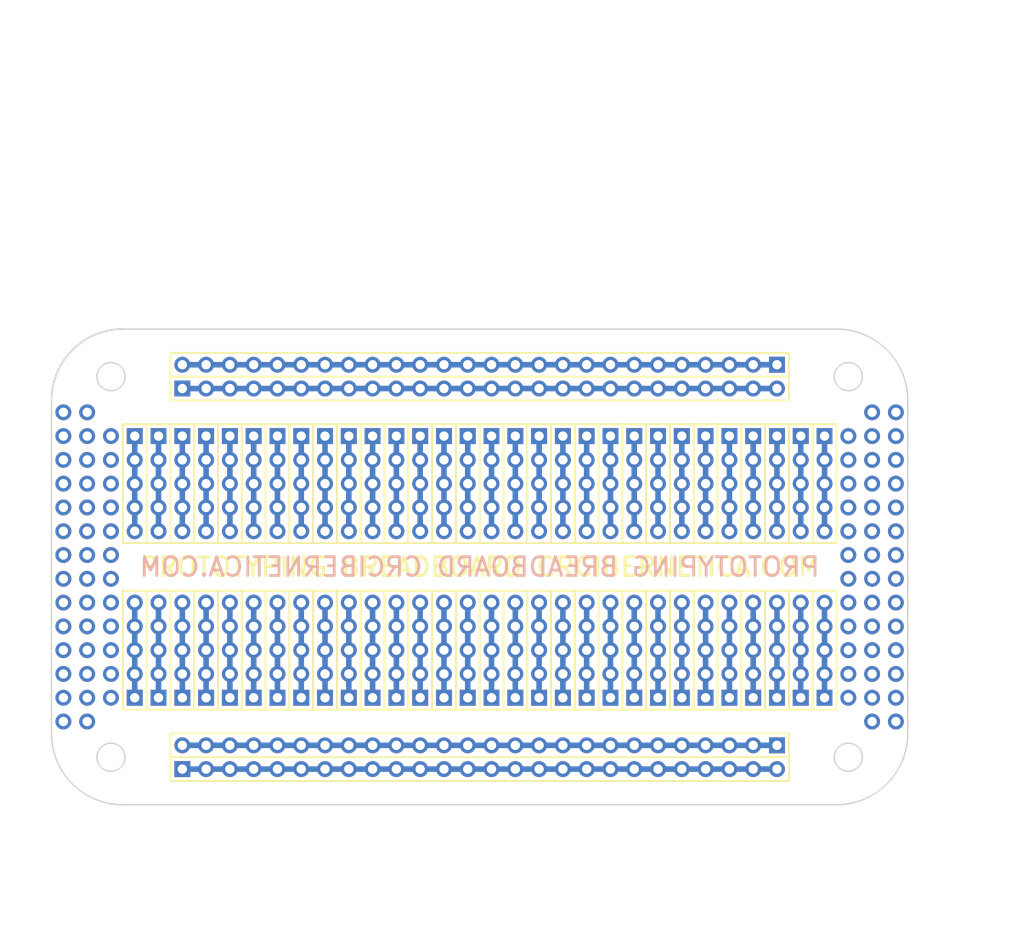
<source format=kicad_pcb>
(kicad_pcb (version 20211014) (generator pcbnew)
  (layers (0 "F.Cu" signal) (31 "B.Cu" signal) (34 "B.Paste" user) (35 "F.Paste" user) (36 "B.SilkS" user "B.Silkscreen") (37 "F.SilkS" user "F.Silkscreen") (38 "B.Mask" user) (39 "F.Mask" user) (44 "Edge.Cuts" user))
  (net 0 "")
  (net 1 "Net-(J1-Pad1)")
  (net 2 "Net-(J2-Pad1)")
  (net 3 "Net-(J3-Pad1)")
  (footprint "mymods:Pin_Header_Straight_1x05_Pitch2.54mm" (layer "F.Cu") (at 101.6 69.85)
    (fp_text reference "J1")
    (fp_text value "Conn_01x05_Male")
  )
  (footprint "mymods:Pin_Header_Straight_1x26_Pitch2.54mm" (layer "F.Cu") (at 106.68 64.77 90)
    (fp_text reference "J2")
    (fp_text value "Conn_01x26_Male")
  )
  (footprint "mymods:Pin_Header_Straight_1x01_Pitch2.54mm" (layer "F.Cu") (at 93.98 69.85)
    (fp_text reference "J3")
    (fp_text value "Conn_01x01_Male")
  )
  (footprint "mymods:Pin_Header_Straight_1x26_Pitch2.54mm" (layer "F.Cu") (at 170.18 62.23 -90)
    (fp_text reference "J2")
    (fp_text value "Conn_01x26_Male")
  )
  (footprint "mymods:Pin_Header_Straight_1x05_Pitch2.54mm" (layer "F.Cu") (at 104.14 69.85)
    (fp_text reference "J1")
    (fp_text value "Conn_01x05_Male")
  )
  (footprint "mymods:Pin_Header_Straight_1x05_Pitch2.54mm" (layer "F.Cu") (at 106.68 69.85)
    (fp_text reference "J1")
    (fp_text value "Conn_01x05_Male")
  )
  (footprint "mymods:Pin_Header_Straight_1x05_Pitch2.54mm" (layer "F.Cu") (at 109.22 69.85)
    (fp_text reference "J1")
    (fp_text value "Conn_01x05_Male")
  )
  (footprint "mymods:Pin_Header_Straight_1x05_Pitch2.54mm" (layer "F.Cu") (at 111.76 69.85)
    (fp_text reference "J1")
    (fp_text value "Conn_01x05_Male")
  )
  (footprint "mymods:Pin_Header_Straight_1x05_Pitch2.54mm" (layer "F.Cu") (at 114.3 69.85)
    (fp_text reference "J1")
    (fp_text value "Conn_01x05_Male")
  )
  (footprint "mymods:Pin_Header_Straight_1x05_Pitch2.54mm" (layer "F.Cu") (at 116.84 69.85)
    (fp_text reference "J1")
    (fp_text value "Conn_01x05_Male")
  )
  (footprint "mymods:Pin_Header_Straight_1x05_Pitch2.54mm" (layer "F.Cu") (at 119.38 69.85)
    (fp_text reference "J1")
    (fp_text value "Conn_01x05_Male")
  )
  (footprint "mymods:Pin_Header_Straight_1x05_Pitch2.54mm" (layer "F.Cu") (at 121.92 69.85)
    (fp_text reference "J1")
    (fp_text value "Conn_01x05_Male")
  )
  (footprint "mymods:Pin_Header_Straight_1x05_Pitch2.54mm" (layer "F.Cu") (at 124.46 69.85)
    (fp_text reference "J1")
    (fp_text value "Conn_01x05_Male")
  )
  (footprint "mymods:Pin_Header_Straight_1x05_Pitch2.54mm" (layer "F.Cu") (at 127 69.85)
    (fp_text reference "J1")
    (fp_text value "Conn_01x05_Male")
  )
  (footprint "mymods:Pin_Header_Straight_1x05_Pitch2.54mm" (layer "F.Cu") (at 129.54 69.85)
    (fp_text reference "J1")
    (fp_text value "Conn_01x05_Male")
  )
  (footprint "mymods:Pin_Header_Straight_1x05_Pitch2.54mm" (layer "F.Cu") (at 132.08 69.85)
    (fp_text reference "J1")
    (fp_text value "Conn_01x05_Male")
  )
  (footprint "mymods:Pin_Header_Straight_1x05_Pitch2.54mm" (layer "F.Cu") (at 134.62 69.85)
    (fp_text reference "J1")
    (fp_text value "Conn_01x05_Male")
  )
  (footprint "mymods:Pin_Header_Straight_1x05_Pitch2.54mm" (layer "F.Cu") (at 137.16 69.85)
    (fp_text reference "J1")
    (fp_text value "Conn_01x05_Male")
  )
  (footprint "mymods:Pin_Header_Straight_1x05_Pitch2.54mm" (layer "F.Cu") (at 139.7 69.85)
    (fp_text reference "J1")
    (fp_text value "Conn_01x05_Male")
  )
  (footprint "mymods:Pin_Header_Straight_1x05_Pitch2.54mm" (layer "F.Cu") (at 142.24 69.85)
    (fp_text reference "J1")
    (fp_text value "Conn_01x05_Male")
  )
  (footprint "mymods:Pin_Header_Straight_1x05_Pitch2.54mm" (layer "F.Cu") (at 144.78 69.85)
    (fp_text reference "J1")
    (fp_text value "Conn_01x05_Male")
  )
  (footprint "mymods:Pin_Header_Straight_1x05_Pitch2.54mm" (layer "F.Cu") (at 147.32 69.85)
    (fp_text reference "J1")
    (fp_text value "Conn_01x05_Male")
  )
  (footprint "mymods:Pin_Header_Straight_1x05_Pitch2.54mm" (layer "F.Cu") (at 149.86 69.85)
    (fp_text reference "J1")
    (fp_text value "Conn_01x05_Male")
  )
  (footprint "mymods:Pin_Header_Straight_1x05_Pitch2.54mm" (layer "F.Cu") (at 152.4 69.85)
    (fp_text reference "J1")
    (fp_text value "Conn_01x05_Male")
  )
  (footprint "mymods:Pin_Header_Straight_1x05_Pitch2.54mm" (layer "F.Cu") (at 154.94 69.85)
    (fp_text reference "J1")
    (fp_text value "Conn_01x05_Male")
  )
  (footprint "mymods:Pin_Header_Straight_1x05_Pitch2.54mm" (layer "F.Cu") (at 157.48 69.85)
    (fp_text reference "J1")
    (fp_text value "Conn_01x05_Male")
  )
  (footprint "mymods:Pin_Header_Straight_1x05_Pitch2.54mm" (layer "F.Cu") (at 160.02 69.85)
    (fp_text reference "J1")
    (fp_text value "Conn_01x05_Male")
  )
  (footprint "mymods:Pin_Header_Straight_1x05_Pitch2.54mm" (layer "F.Cu") (at 162.56 69.85)
    (fp_text reference "J1")
    (fp_text value "Conn_01x05_Male")
  )
  (footprint "mymods:Pin_Header_Straight_1x05_Pitch2.54mm" (layer "F.Cu") (at 165.1 69.85)
    (fp_text reference "J1")
    (fp_text value "Conn_01x05_Male")
  )
  (footprint "mymods:Pin_Header_Straight_1x05_Pitch2.54mm" (layer "F.Cu") (at 167.64 69.85)
    (fp_text reference "J1")
    (fp_text value "Conn_01x05_Male")
  )
  (footprint "mymods:Pin_Header_Straight_1x05_Pitch2.54mm" (layer "F.Cu") (at 170.18 69.85)
    (fp_text reference "J1")
    (fp_text value "Conn_01x05_Male")
  )
  (footprint "mymods:Pin_Header_Straight_1x05_Pitch2.54mm" (layer "F.Cu") (at 172.72 69.85)
    (fp_text reference "J1")
    (fp_text value "Conn_01x05_Male")
  )
  (footprint "mymods:Pin_Header_Straight_1x05_Pitch2.54mm" (layer "F.Cu") (at 175.26 69.85)
    (fp_text reference "J1")
    (fp_text value "Conn_01x05_Male")
  )
  (footprint "mymods:Pin_Header_Straight_1x05_Pitch2.54mm" (layer "F.Cu") (at 127 97.79 180)
    (fp_text reference "J1")
    (fp_text value "Conn_01x05_Male")
  )
  (footprint "mymods:Pin_Header_Straight_1x05_Pitch2.54mm" (layer "F.Cu") (at 124.46 97.79 180)
    (fp_text reference "J1")
    (fp_text value "Conn_01x05_Male")
  )
  (footprint "mymods:Pin_Header_Straight_1x05_Pitch2.54mm" (layer "F.Cu") (at 129.54 97.79 180)
    (fp_text reference "J1")
    (fp_text value "Conn_01x05_Male")
  )
  (footprint "mymods:Pin_Header_Straight_1x05_Pitch2.54mm" (layer "F.Cu") (at 137.16 97.79 180)
    (fp_text reference "J1")
    (fp_text value "Conn_01x05_Male")
  )
  (footprint "mymods:Pin_Header_Straight_1x05_Pitch2.54mm" (layer "F.Cu") (at 175.26 97.79 180)
    (fp_text reference "J1")
    (fp_text value "Conn_01x05_Male")
  )
  (footprint "mymods:Pin_Header_Straight_1x05_Pitch2.54mm" (layer "F.Cu") (at 134.62 97.79 180)
    (fp_text reference "J1")
    (fp_text value "Conn_01x05_Male")
  )
  (footprint "mymods:Pin_Header_Straight_1x05_Pitch2.54mm" (layer "F.Cu") (at 132.08 97.79 180)
    (fp_text reference "J1")
    (fp_text value "Conn_01x05_Male")
  )
  (footprint "mymods:Pin_Header_Straight_1x05_Pitch2.54mm" (layer "F.Cu") (at 139.7 97.79 180)
    (fp_text reference "J1")
    (fp_text value "Conn_01x05_Male")
  )
  (footprint "mymods:Pin_Header_Straight_1x05_Pitch2.54mm" (layer "F.Cu") (at 144.78 97.79 180)
    (fp_text reference "J1")
    (fp_text value "Conn_01x05_Male")
  )
  (footprint "mymods:Pin_Header_Straight_1x05_Pitch2.54mm" (layer "F.Cu") (at 167.64 97.79 180)
    (fp_text reference "J1")
    (fp_text value "Conn_01x05_Male")
  )
  (footprint "mymods:Pin_Header_Straight_1x05_Pitch2.54mm" (layer "F.Cu") (at 165.1 97.79 180)
    (fp_text reference "J1")
    (fp_text value "Conn_01x05_Male")
  )
  (footprint "mymods:Pin_Header_Straight_1x05_Pitch2.54mm" (layer "F.Cu") (at 142.24 97.79 180)
    (fp_text reference "J1")
    (fp_text value "Conn_01x05_Male")
  )
  (footprint "mymods:Pin_Header_Straight_1x05_Pitch2.54mm" (layer "F.Cu") (at 147.32 97.79 180)
    (fp_text reference "J1")
    (fp_text value "Conn_01x05_Male")
  )
  (footprint "mymods:Pin_Header_Straight_1x05_Pitch2.54mm" (layer "F.Cu") (at 162.56 97.79 180)
    (fp_text reference "J1")
    (fp_text value "Conn_01x05_Male")
  )
  (footprint "mymods:Pin_Header_Straight_1x05_Pitch2.54mm" (layer "F.Cu") (at 160.02 97.79 180)
    (fp_text reference "J1")
    (fp_text value "Conn_01x05_Male")
  )
  (footprint "mymods:Pin_Header_Straight_1x05_Pitch2.54mm" (layer "F.Cu") (at 157.48 97.79 180)
    (fp_text reference "J1")
    (fp_text value "Conn_01x05_Male")
  )
  (footprint "mymods:Pin_Header_Straight_1x05_Pitch2.54mm" (layer "F.Cu") (at 152.4 97.79 180)
    (fp_text reference "J1")
    (fp_text value "Conn_01x05_Male")
  )
  (footprint "mymods:Pin_Header_Straight_1x05_Pitch2.54mm" (layer "F.Cu") (at 170.18 97.79 180)
    (fp_text reference "J1")
    (fp_text value "Conn_01x05_Male")
  )
  (footprint "mymods:Pin_Header_Straight_1x05_Pitch2.54mm" (layer "F.Cu") (at 149.86 97.79 180)
    (fp_text reference "J1")
    (fp_text value "Conn_01x05_Male")
  )
  (footprint "mymods:Pin_Header_Straight_1x05_Pitch2.54mm" (layer "F.Cu") (at 154.94 97.79 180)
    (fp_text reference "J1")
    (fp_text value "Conn_01x05_Male")
  )
  (footprint "mymods:Pin_Header_Straight_1x05_Pitch2.54mm" (layer "F.Cu") (at 172.72 97.79 180)
    (fp_text reference "J1")
    (fp_text value "Conn_01x05_Male")
  )
  (footprint "mymods:Pin_Header_Straight_1x05_Pitch2.54mm" (layer "F.Cu") (at 101.6 97.79 180)
    (fp_text reference "J1")
    (fp_text value "Conn_01x05_Male")
  )
  (footprint "mymods:Pin_Header_Straight_1x05_Pitch2.54mm" (layer "F.Cu") (at 109.22 97.79 180)
    (fp_text reference "J1")
    (fp_text value "Conn_01x05_Male")
  )
  (footprint "mymods:Pin_Header_Straight_1x05_Pitch2.54mm" (layer "F.Cu") (at 121.92 97.79 180)
    (fp_text reference "J1")
    (fp_text value "Conn_01x05_Male")
  )
  (footprint "mymods:Pin_Header_Straight_1x05_Pitch2.54mm" (layer "F.Cu") (at 106.68 97.79 180)
    (fp_text reference "J1")
    (fp_text value "Conn_01x05_Male")
  )
  (footprint "mymods:Pin_Header_Straight_1x05_Pitch2.54mm" (layer "F.Cu") (at 111.76 97.79 180)
    (fp_text reference "J1")
    (fp_text value "Conn_01x05_Male")
  )
  (footprint "mymods:Pin_Header_Straight_1x05_Pitch2.54mm" (layer "F.Cu") (at 116.84 97.79 180)
    (fp_text reference "J1")
    (fp_text value "Conn_01x05_Male")
  )
  (footprint "mymods:Pin_Header_Straight_1x05_Pitch2.54mm" (layer "F.Cu") (at 119.38 97.79 180)
    (fp_text reference "J1")
    (fp_text value "Conn_01x05_Male")
  )
  (footprint "mymods:Pin_Header_Straight_1x05_Pitch2.54mm" (layer "F.Cu") (at 104.14 97.79 180)
    (fp_text reference "J1")
    (fp_text value "Conn_01x05_Male")
  )
  (footprint "mymods:Pin_Header_Straight_1x05_Pitch2.54mm" (layer "F.Cu") (at 114.3 97.79 180)
    (fp_text reference "J1")
    (fp_text value "Conn_01x05_Male")
  )
  (footprint "mymods:Pin_Header_Straight_1x26_Pitch2.54mm" (layer "F.Cu") (at 170.18 102.87 -90)
    (fp_text reference "J2")
    (fp_text value "Conn_01x26_Male")
  )
  (footprint "mymods:Pin_Header_Straight_1x26_Pitch2.54mm" (layer "F.Cu") (at 106.68 105.41 90)
    (fp_text reference "J2")
    (fp_text value "Conn_01x26_Male")
  )
  (footprint "mymods:Pin_Header_Straight_1x01_Pitch2.54mm" (layer "F.Cu") (at 96.52 69.85)
    (fp_text reference "J3")
    (fp_text value "Conn_01x01_Male")
  )
  (footprint "mymods:Pin_Header_Straight_1x01_Pitch2.54mm" (layer "F.Cu") (at 99.06 69.85)
    (fp_text reference "J3")
    (fp_text value "Conn_01x01_Male")
  )
  (footprint "mymods:Pin_Header_Straight_1x01_Pitch2.54mm" (layer "F.Cu") (at 93.98 72.39)
    (fp_text reference "J3")
    (fp_text value "Conn_01x01_Male")
  )
  (footprint "mymods:Pin_Header_Straight_1x01_Pitch2.54mm" (layer "F.Cu") (at 96.52 72.39)
    (fp_text reference "J3")
    (fp_text value "Conn_01x01_Male")
  )
  (footprint "mymods:Pin_Header_Straight_1x01_Pitch2.54mm" (layer "F.Cu") (at 99.06 72.39)
    (fp_text reference "J3")
    (fp_text value "Conn_01x01_Male")
  )
  (footprint "mymods:Pin_Header_Straight_1x01_Pitch2.54mm" (layer "F.Cu") (at 93.98 74.93)
    (fp_text reference "J3")
    (fp_text value "Conn_01x01_Male")
  )
  (footprint "mymods:Pin_Header_Straight_1x01_Pitch2.54mm" (layer "F.Cu") (at 96.52 74.93)
    (fp_text reference "J3")
    (fp_text value "Conn_01x01_Male")
  )
  (footprint "mymods:Pin_Header_Straight_1x01_Pitch2.54mm" (layer "F.Cu") (at 99.06 74.93)
    (fp_text reference "J3")
    (fp_text value "Conn_01x01_Male")
  )
  (footprint "mymods:Pin_Header_Straight_1x01_Pitch2.54mm" (layer "F.Cu") (at 93.98 77.47)
    (fp_text reference "J3")
    (fp_text value "Conn_01x01_Male")
  )
  (footprint "mymods:Pin_Header_Straight_1x01_Pitch2.54mm" (layer "F.Cu") (at 96.52 77.47)
    (fp_text reference "J3")
    (fp_text value "Conn_01x01_Male")
  )
  (footprint "mymods:Pin_Header_Straight_1x01_Pitch2.54mm" (layer "F.Cu") (at 99.06 77.47)
    (fp_text reference "J3")
    (fp_text value "Conn_01x01_Male")
  )
  (footprint "mymods:Pin_Header_Straight_1x01_Pitch2.54mm" (layer "F.Cu") (at 93.98 80.01)
    (fp_text reference "J3")
    (fp_text value "Conn_01x01_Male")
  )
  (footprint "mymods:Pin_Header_Straight_1x01_Pitch2.54mm" (layer "F.Cu") (at 96.52 80.01)
    (fp_text reference "J3")
    (fp_text value "Conn_01x01_Male")
  )
  (footprint "mymods:Pin_Header_Straight_1x01_Pitch2.54mm" (layer "F.Cu") (at 99.06 80.01)
    (fp_text reference "J3")
    (fp_text value "Conn_01x01_Male")
  )
  (footprint "mymods:Pin_Header_Straight_1x01_Pitch2.54mm" (layer "F.Cu") (at 93.98 82.55)
    (fp_text reference "J3")
    (fp_text value "Conn_01x01_Male")
  )
  (footprint "mymods:Pin_Header_Straight_1x01_Pitch2.54mm" (layer "F.Cu") (at 96.52 82.55)
    (fp_text reference "J3")
    (fp_text value "Conn_01x01_Male")
  )
  (footprint "mymods:Pin_Header_Straight_1x01_Pitch2.54mm" (layer "F.Cu") (at 99.06 82.55)
    (fp_text reference "J3")
    (fp_text value "Conn_01x01_Male")
  )
  (footprint "mymods:Pin_Header_Straight_1x01_Pitch2.54mm" (layer "F.Cu") (at 93.98 85.09)
    (fp_text reference "J3")
    (fp_text value "Conn_01x01_Male")
  )
  (footprint "mymods:Pin_Header_Straight_1x01_Pitch2.54mm" (layer "F.Cu") (at 96.52 85.09)
    (fp_text reference "J3")
    (fp_text value "Conn_01x01_Male")
  )
  (footprint "mymods:Pin_Header_Straight_1x01_Pitch2.54mm" (layer "F.Cu") (at 99.06 85.09)
    (fp_text reference "J3")
    (fp_text value "Conn_01x01_Male")
  )
  (footprint "mymods:Pin_Header_Straight_1x01_Pitch2.54mm" (layer "F.Cu") (at 93.98 87.63)
    (fp_text reference "J3")
    (fp_text value "Conn_01x01_Male")
  )
  (footprint "mymods:Pin_Header_Straight_1x01_Pitch2.54mm" (layer "F.Cu") (at 96.52 87.63)
    (fp_text reference "J3")
    (fp_text value "Conn_01x01_Male")
  )
  (footprint "mymods:Pin_Header_Straight_1x01_Pitch2.54mm" (layer "F.Cu") (at 99.06 87.63)
    (fp_text reference "J3")
    (fp_text value "Conn_01x01_Male")
  )
  (footprint "mymods:Pin_Header_Straight_1x01_Pitch2.54mm" (layer "F.Cu") (at 93.98 90.17)
    (fp_text reference "J3")
    (fp_text value "Conn_01x01_Male")
  )
  (footprint "mymods:Pin_Header_Straight_1x01_Pitch2.54mm" (layer "F.Cu") (at 96.52 90.17)
    (fp_text reference "J3")
    (fp_text value "Conn_01x01_Male")
  )
  (footprint "mymods:Pin_Header_Straight_1x01_Pitch2.54mm" (layer "F.Cu") (at 99.06 90.17)
    (fp_text reference "J3")
    (fp_text value "Conn_01x01_Male")
  )
  (footprint "mymods:Pin_Header_Straight_1x01_Pitch2.54mm" (layer "F.Cu") (at 93.98 92.71)
    (fp_text reference "J3")
    (fp_text value "Conn_01x01_Male")
  )
  (footprint "mymods:Pin_Header_Straight_1x01_Pitch2.54mm" (layer "F.Cu") (at 96.52 92.71)
    (fp_text reference "J3")
    (fp_text value "Conn_01x01_Male")
  )
  (footprint "mymods:Pin_Header_Straight_1x01_Pitch2.54mm" (layer "F.Cu") (at 99.06 92.71)
    (fp_text reference "J3")
    (fp_text value "Conn_01x01_Male")
  )
  (footprint "mymods:Pin_Header_Straight_1x01_Pitch2.54mm" (layer "F.Cu") (at 93.98 95.25)
    (fp_text reference "J3")
    (fp_text value "Conn_01x01_Male")
  )
  (footprint "mymods:Pin_Header_Straight_1x01_Pitch2.54mm" (layer "F.Cu") (at 96.52 95.25)
    (fp_text reference "J3")
    (fp_text value "Conn_01x01_Male")
  )
  (footprint "mymods:Pin_Header_Straight_1x01_Pitch2.54mm" (layer "F.Cu") (at 99.06 95.25)
    (fp_text reference "J3")
    (fp_text value "Conn_01x01_Male")
  )
  (footprint "mymods:Pin_Header_Straight_1x01_Pitch2.54mm" (layer "F.Cu") (at 93.98 97.79)
    (fp_text reference "J3")
    (fp_text value "Conn_01x01_Male")
  )
  (footprint "mymods:Pin_Header_Straight_1x01_Pitch2.54mm" (layer "F.Cu") (at 96.52 97.79)
    (fp_text reference "J3")
    (fp_text value "Conn_01x01_Male")
  )
  (footprint "mymods:Pin_Header_Straight_1x01_Pitch2.54mm" (layer "F.Cu") (at 99.06 97.79)
    (fp_text reference "J3")
    (fp_text value "Conn_01x01_Male")
  )
  (footprint "mymods:Pin_Header_Straight_1x01_Pitch2.54mm" (layer "F.Cu") (at 182.88 90.17)
    (fp_text reference "J3")
    (fp_text value "Conn_01x01_Male")
  )
  (footprint "mymods:Pin_Header_Straight_1x01_Pitch2.54mm" (layer "F.Cu") (at 177.8 87.63)
    (fp_text reference "J3")
    (fp_text value "Conn_01x01_Male")
  )
  (footprint "mymods:Pin_Header_Straight_1x01_Pitch2.54mm" (layer "F.Cu") (at 180.34 80.01)
    (fp_text reference "J3")
    (fp_text value "Conn_01x01_Male")
  )
  (footprint "mymods:Pin_Header_Straight_1x01_Pitch2.54mm" (layer "F.Cu") (at 177.8 74.93)
    (fp_text reference "J3")
    (fp_text value "Conn_01x01_Male")
  )
  (footprint "mymods:Pin_Header_Straight_1x01_Pitch2.54mm" (layer "F.Cu") (at 180.34 87.63)
    (fp_text reference "J3")
    (fp_text value "Conn_01x01_Male")
  )
  (footprint "mymods:Pin_Header_Straight_1x01_Pitch2.54mm" (layer "F.Cu") (at 177.8 69.85)
    (fp_text reference "J3")
    (fp_text value "Conn_01x01_Male")
  )
  (footprint "mymods:Pin_Header_Straight_1x01_Pitch2.54mm" (layer "F.Cu") (at 182.88 77.47)
    (fp_text reference "J3")
    (fp_text value "Conn_01x01_Male")
  )
  (footprint "mymods:Pin_Header_Straight_1x01_Pitch2.54mm" (layer "F.Cu") (at 182.88 87.63)
    (fp_text reference "J3")
    (fp_text value "Conn_01x01_Male")
  )
  (footprint "mymods:Pin_Header_Straight_1x01_Pitch2.54mm" (layer "F.Cu") (at 180.34 90.17)
    (fp_text reference "J3")
    (fp_text value "Conn_01x01_Male")
  )
  (footprint "mymods:Pin_Header_Straight_1x01_Pitch2.54mm" (layer "F.Cu") (at 180.34 77.47)
    (fp_text reference "J3")
    (fp_text value "Conn_01x01_Male")
  )
  (footprint "mymods:Pin_Header_Straight_1x01_Pitch2.54mm" (layer "F.Cu") (at 180.34 85.09)
    (fp_text reference "J3")
    (fp_text value "Conn_01x01_Male")
  )
  (footprint "mymods:Pin_Header_Straight_1x01_Pitch2.54mm" (layer "F.Cu") (at 180.34 72.39)
    (fp_text reference "J3")
    (fp_text value "Conn_01x01_Male")
  )
  (footprint "mymods:Pin_Header_Straight_1x01_Pitch2.54mm" (layer "F.Cu") (at 177.8 72.39)
    (fp_text reference "J3")
    (fp_text value "Conn_01x01_Male")
  )
  (footprint "mymods:Pin_Header_Straight_1x01_Pitch2.54mm" (layer "F.Cu") (at 177.8 85.09)
    (fp_text reference "J3")
    (fp_text value "Conn_01x01_Male")
  )
  (footprint "mymods:Pin_Header_Straight_1x01_Pitch2.54mm" (layer "F.Cu") (at 180.34 74.93)
    (fp_text reference "J3")
    (fp_text value "Conn_01x01_Male")
  )
  (footprint "mymods:Pin_Header_Straight_1x01_Pitch2.54mm" (layer "F.Cu") (at 182.88 85.09)
    (fp_text reference "J3")
    (fp_text value "Conn_01x01_Male")
  )
  (footprint "mymods:Pin_Header_Straight_1x01_Pitch2.54mm" (layer "F.Cu") (at 177.8 90.17)
    (fp_text reference "J3")
    (fp_text value "Conn_01x01_Male")
  )
  (footprint "mymods:Pin_Header_Straight_1x01_Pitch2.54mm" (layer "F.Cu") (at 177.8 80.01)
    (fp_text reference "J3")
    (fp_text value "Conn_01x01_Male")
  )
  (footprint "mymods:Pin_Header_Straight_1x01_Pitch2.54mm" (layer "F.Cu") (at 182.88 80.01)
    (fp_text reference "J3")
    (fp_text value "Conn_01x01_Male")
  )
  (footprint "mymods:Pin_Header_Straight_1x01_Pitch2.54mm" (layer "F.Cu") (at 177.8 82.55)
    (fp_text reference "J3")
    (fp_text value "Conn_01x01_Male")
  )
  (footprint "mymods:Pin_Header_Straight_1x01_Pitch2.54mm" (layer "F.Cu") (at 180.34 82.55)
    (fp_text reference "J3")
    (fp_text value "Conn_01x01_Male")
  )
  (footprint "mymods:Pin_Header_Straight_1x01_Pitch2.54mm" (layer "F.Cu") (at 182.88 72.39)
    (fp_text reference "J3")
    (fp_text value "Conn_01x01_Male")
  )
  (footprint "mymods:Pin_Header_Straight_1x01_Pitch2.54mm" (layer "F.Cu") (at 177.8 77.47)
    (fp_text reference "J3")
    (fp_text value "Conn_01x01_Male")
  )
  (footprint "mymods:Pin_Header_Straight_1x01_Pitch2.54mm" (layer "F.Cu") (at 182.88 74.93)
    (fp_text reference "J3")
    (fp_text value "Conn_01x01_Male")
  )
  (footprint "mymods:Pin_Header_Straight_1x01_Pitch2.54mm" (layer "F.Cu") (at 182.88 82.55)
    (fp_text reference "J3")
    (fp_text value "Conn_01x01_Male")
  )
  (footprint "mymods:Pin_Header_Straight_1x01_Pitch2.54mm" (layer "F.Cu") (at 180.34 69.85)
    (fp_text reference "J3")
    (fp_text value "Conn_01x01_Male")
  )
  (footprint "mymods:Pin_Header_Straight_1x01_Pitch2.54mm" (layer "F.Cu") (at 182.88 69.85)
    (fp_text reference "J3")
    (fp_text value "Conn_01x01_Male")
  )
  (footprint "mymods:Pin_Header_Straight_1x01_Pitch2.54mm" (layer "F.Cu") (at 177.8 97.79)
    (fp_text reference "J3")
    (fp_text value "Conn_01x01_Male")
  )
  (footprint "mymods:Pin_Header_Straight_1x01_Pitch2.54mm" (layer "F.Cu") (at 182.88 95.25)
    (fp_text reference "J3")
    (fp_text value "Conn_01x01_Male")
  )
  (footprint "mymods:Pin_Header_Straight_1x01_Pitch2.54mm" (layer "F.Cu") (at 180.34 92.71)
    (fp_text reference "J3")
    (fp_text value "Conn_01x01_Male")
  )
  (footprint "mymods:Pin_Header_Straight_1x01_Pitch2.54mm" (layer "F.Cu") (at 182.88 92.71)
    (fp_text reference "J3")
    (fp_text value "Conn_01x01_Male")
  )
  (footprint "mymods:Pin_Header_Straight_1x01_Pitch2.54mm" (layer "F.Cu") (at 177.8 95.25)
    (fp_text reference "J3")
    (fp_text value "Conn_01x01_Male")
  )
  (footprint "mymods:Pin_Header_Straight_1x01_Pitch2.54mm" (layer "F.Cu") (at 177.8 92.71)
    (fp_text reference "J3")
    (fp_text value "Conn_01x01_Male")
  )
  (footprint "mymods:Pin_Header_Straight_1x01_Pitch2.54mm" (layer "F.Cu") (at 182.88 97.79)
    (fp_text reference "J3")
    (fp_text value "Conn_01x01_Male")
  )
  (footprint "mymods:Pin_Header_Straight_1x01_Pitch2.54mm" (layer "F.Cu") (at 180.34 97.79)
    (fp_text reference "J3")
    (fp_text value "Conn_01x01_Male")
  )
  (footprint "mymods:Pin_Header_Straight_1x01_Pitch2.54mm" (layer "F.Cu") (at 180.34 95.25)
    (fp_text reference "J3")
    (fp_text value "Conn_01x01_Male")
  )
  (footprint "mymods:Pin_Header_Straight_1x01_Pitch2.54mm" (layer "F.Cu") (at 96.52 67.31)
    (fp_text reference "J3")
    (fp_text value "Conn_01x01_Male")
  )
  (footprint "mymods:Pin_Header_Straight_1x01_Pitch2.54mm" (layer "F.Cu") (at 93.98 67.31)
    (fp_text reference "J3")
    (fp_text value "Conn_01x01_Male")
  )
  (footprint "mymods:Pin_Header_Straight_1x01_Pitch2.54mm" (layer "F.Cu") (at 96.52 100.33)
    (fp_text reference "J3")
    (fp_text value "Conn_01x01_Male")
  )
  (footprint "mymods:Pin_Header_Straight_1x01_Pitch2.54mm" (layer "F.Cu") (at 93.98 100.33)
    (fp_text reference "J3")
    (fp_text value "Conn_01x01_Male")
  )
  (footprint "mymods:Pin_Header_Straight_1x01_Pitch2.54mm" (layer "F.Cu") (at 180.34 100.33)
    (fp_text reference "J3")
    (fp_text value "Conn_01x01_Male")
  )
  (footprint "mymods:Pin_Header_Straight_1x01_Pitch2.54mm" (layer "F.Cu") (at 182.88 100.33)
    (fp_text reference "J3")
    (fp_text value "Conn_01x01_Male")
  )
  (footprint "mymods:Pin_Header_Straight_1x01_Pitch2.54mm" (layer "F.Cu") (at 180.34 67.31)
    (fp_text reference "J3")
    (fp_text value "Conn_01x01_Male")
  )
  (footprint "mymods:Pin_Header_Straight_1x01_Pitch2.54mm" (layer "F.Cu") (at 182.88 67.31)
    (fp_text reference "J3")
    (fp_text value "Conn_01x01_Male")
  )
  (gr_line (start 105.41 86.36) (end 105.41 99.06) (layer "F.SilkS") (width 0.2))
  (gr_line (start 107.95 86.36) (end 107.95 99.06) (layer "F.SilkS") (width 0.2))
  (gr_line (start 110.49 86.36) (end 110.49 99.06) (layer "F.SilkS") (width 0.2))
  (gr_line (start 113.03 86.36) (end 113.03 99.06) (layer "F.SilkS") (width 0.2))
  (gr_line (start 115.57 86.36) (end 115.57 99.06) (layer "F.SilkS") (width 0.2))
  (gr_line (start 118.11 86.36) (end 118.11 99.06) (layer "F.SilkS") (width 0.2))
  (gr_line (start 120.65 86.36) (end 120.65 99.06) (layer "F.SilkS") (width 0.2))
  (gr_line (start 123.19 86.36) (end 123.19 99.06) (layer "F.SilkS") (width 0.2))
  (gr_line (start 125.73 86.36) (end 125.73 99.06) (layer "F.SilkS") (width 0.2))
  (gr_line (start 128.27 86.36) (end 128.27 99.06) (layer "F.SilkS") (width 0.2))
  (gr_line (start 130.81 86.36) (end 130.81 99.06) (layer "F.SilkS") (width 0.2))
  (gr_line (start 133.35 86.36) (end 133.35 99.06) (layer "F.SilkS") (width 0.2))
  (gr_line (start 135.89 86.36) (end 135.89 99.06) (layer "F.SilkS") (width 0.2))
  (gr_line (start 138.43 86.36) (end 138.43 99.06) (layer "F.SilkS") (width 0.2))
  (gr_line (start 140.97 86.36) (end 140.97 99.06) (layer "F.SilkS") (width 0.2))
  (gr_line (start 143.51 86.36) (end 143.51 99.06) (layer "F.SilkS") (width 0.2))
  (gr_line (start 146.05 86.36) (end 146.05 99.06) (layer "F.SilkS") (width 0.2))
  (gr_line (start 148.59 86.36) (end 148.59 99.06) (layer "F.SilkS") (width 0.2))
  (gr_line (start 151.13 86.36) (end 151.13 99.06) (layer "F.SilkS") (width 0.2))
  (gr_line (start 153.67 86.36) (end 153.67 99.06) (layer "F.SilkS") (width 0.2))
  (gr_line (start 156.21 86.36) (end 156.21 99.06) (layer "F.SilkS") (width 0.2))
  (gr_line (start 158.75 86.36) (end 158.75 99.06) (layer "F.SilkS") (width 0.2))
  (gr_line (start 161.29 86.36) (end 161.29 99.06) (layer "F.SilkS") (width 0.2))
  (gr_line (start 163.83 86.36) (end 163.83 99.06) (layer "F.SilkS") (width 0.2))
  (gr_line (start 166.37 86.36) (end 166.37 99.06) (layer "F.SilkS") (width 0.2))
  (gr_line (start 168.91 86.36) (end 168.91 99.06) (layer "F.SilkS") (width 0.2))
  (gr_line (start 171.45 86.36) (end 171.45 99.06) (layer "F.SilkS") (width 0.2))
  (gr_line (start 173.99 86.36) (end 173.99 99.06) (layer "F.SilkS") (width 0.2))
  (gr_line (start 176.53 86.36) (end 176.53 99.06) (layer "F.SilkS") (width 0.2))
  (gr_line (start 105.41 99.06) (end 102.87 99.06) (layer "F.SilkS") (width 0.2))
  (gr_line (start 107.95 99.06) (end 105.41 99.06) (layer "F.SilkS") (width 0.2))
  (gr_line (start 110.49 99.06) (end 107.95 99.06) (layer "F.SilkS") (width 0.2))
  (gr_line (start 113.03 99.06) (end 110.49 99.06) (layer "F.SilkS") (width 0.2))
  (gr_line (start 115.57 99.06) (end 113.03 99.06) (layer "F.SilkS") (width 0.2))
  (gr_line (start 118.11 99.06) (end 115.57 99.06) (layer "F.SilkS") (width 0.2))
  (gr_line (start 120.65 99.06) (end 118.11 99.06) (layer "F.SilkS") (width 0.2))
  (gr_line (start 123.19 99.06) (end 120.65 99.06) (layer "F.SilkS") (width 0.2))
  (gr_line (start 125.73 99.06) (end 123.19 99.06) (layer "F.SilkS") (width 0.2))
  (gr_line (start 128.27 99.06) (end 125.73 99.06) (layer "F.SilkS") (width 0.2))
  (gr_line (start 130.81 99.06) (end 128.27 99.06) (layer "F.SilkS") (width 0.2))
  (gr_line (start 133.35 99.06) (end 130.81 99.06) (layer "F.SilkS") (width 0.2))
  (gr_line (start 135.89 99.06) (end 133.35 99.06) (layer "F.SilkS") (width 0.2))
  (gr_line (start 138.43 99.06) (end 135.89 99.06) (layer "F.SilkS") (width 0.2))
  (gr_line (start 140.97 99.06) (end 138.43 99.06) (layer "F.SilkS") (width 0.2))
  (gr_line (start 143.51 99.06) (end 140.97 99.06) (layer "F.SilkS") (width 0.2))
  (gr_line (start 146.05 99.06) (end 143.51 99.06) (layer "F.SilkS") (width 0.2))
  (gr_line (start 148.59 99.06) (end 146.05 99.06) (layer "F.SilkS") (width 0.2))
  (gr_line (start 151.13 99.06) (end 148.59 99.06) (layer "F.SilkS") (width 0.2))
  (gr_line (start 153.67 99.06) (end 151.13 99.06) (layer "F.SilkS") (width 0.2))
  (gr_line (start 156.21 99.06) (end 153.67 99.06) (layer "F.SilkS") (width 0.2))
  (gr_line (start 158.75 99.06) (end 156.21 99.06) (layer "F.SilkS") (width 0.2))
  (gr_line (start 161.29 99.06) (end 158.75 99.06) (layer "F.SilkS") (width 0.2))
  (gr_line (start 163.83 99.06) (end 161.29 99.06) (layer "F.SilkS") (width 0.2))
  (gr_line (start 166.37 99.06) (end 163.83 99.06) (layer "F.SilkS") (width 0.2))
  (gr_line (start 168.91 99.06) (end 166.37 99.06) (layer "F.SilkS") (width 0.2))
  (gr_line (start 171.45 99.06) (end 168.91 99.06) (layer "F.SilkS") (width 0.2))
  (gr_line (start 173.99 99.06) (end 171.45 99.06) (layer "F.SilkS") (width 0.2))
  (gr_line (start 176.53 99.06) (end 173.99 99.06) (layer "F.SilkS") (width 0.2))
  (gr_line (start 102.87 99.06) (end 102.87 86.36) (layer "F.SilkS") (width 0.2))
  (gr_line (start 105.41 99.06) (end 105.41 86.36) (layer "F.SilkS") (width 0.2))
  (gr_line (start 107.95 99.06) (end 107.95 86.36) (layer "F.SilkS") (width 0.2))
  (gr_line (start 110.49 99.06) (end 110.49 86.36) (layer "F.SilkS") (width 0.2))
  (gr_line (start 113.03 99.06) (end 113.03 86.36) (layer "F.SilkS") (width 0.2))
  (gr_line (start 115.57 99.06) (end 115.57 86.36) (layer "F.SilkS") (width 0.2))
  (gr_line (start 118.11 99.06) (end 118.11 86.36) (layer "F.SilkS") (width 0.2))
  (gr_line (start 120.65 99.06) (end 120.65 86.36) (layer "F.SilkS") (width 0.2))
  (gr_line (start 123.19 99.06) (end 123.19 86.36) (layer "F.SilkS") (width 0.2))
  (gr_line (start 125.73 99.06) (end 125.73 86.36) (layer "F.SilkS") (width 0.2))
  (gr_line (start 128.27 99.06) (end 128.27 86.36) (layer "F.SilkS") (width 0.2))
  (gr_line (start 130.81 99.06) (end 130.81 86.36) (layer "F.SilkS") (width 0.2))
  (gr_line (start 133.35 99.06) (end 133.35 86.36) (layer "F.SilkS") (width 0.2))
  (gr_line (start 135.89 99.06) (end 135.89 86.36) (layer "F.SilkS") (width 0.2))
  (gr_line (start 138.43 99.06) (end 138.43 86.36) (layer "F.SilkS") (width 0.2))
  (gr_line (start 140.97 99.06) (end 140.97 86.36) (layer "F.SilkS") (width 0.2))
  (gr_line (start 143.51 99.06) (end 143.51 86.36) (layer "F.SilkS") (width 0.2))
  (gr_line (start 146.05 99.06) (end 146.05 86.36) (layer "F.SilkS") (width 0.2))
  (gr_line (start 148.59 99.06) (end 148.59 86.36) (layer "F.SilkS") (width 0.2))
  (gr_line (start 151.13 99.06) (end 151.13 86.36) (layer "F.SilkS") (width 0.2))
  (gr_line (start 153.67 99.06) (end 153.67 86.36) (layer "F.SilkS") (width 0.2))
  (gr_line (start 156.21 99.06) (end 156.21 86.36) (layer "F.SilkS") (width 0.2))
  (gr_line (start 158.75 99.06) (end 158.75 86.36) (layer "F.SilkS") (width 0.2))
  (gr_line (start 161.29 99.06) (end 161.29 86.36) (layer "F.SilkS") (width 0.2))
  (gr_line (start 163.83 99.06) (end 163.83 86.36) (layer "F.SilkS") (width 0.2))
  (gr_line (start 166.37 99.06) (end 166.37 86.36) (layer "F.SilkS") (width 0.2))
  (gr_line (start 168.91 99.06) (end 168.91 86.36) (layer "F.SilkS") (width 0.2))
  (gr_line (start 171.45 99.06) (end 171.45 86.36) (layer "F.SilkS") (width 0.2))
  (gr_line (start 173.99 99.06) (end 173.99 86.36) (layer "F.SilkS") (width 0.2))
  (gr_line (start 102.87 86.36) (end 105.41 86.36) (layer "F.SilkS") (width 0.2))
  (gr_line (start 105.41 86.36) (end 107.95 86.36) (layer "F.SilkS") (width 0.2))
  (gr_line (start 107.95 86.36) (end 110.49 86.36) (layer "F.SilkS") (width 0.2))
  (gr_line (start 110.49 86.36) (end 113.03 86.36) (layer "F.SilkS") (width 0.2))
  (gr_line (start 113.03 86.36) (end 115.57 86.36) (layer "F.SilkS") (width 0.2))
  (gr_line (start 115.57 86.36) (end 118.11 86.36) (layer "F.SilkS") (width 0.2))
  (gr_line (start 118.11 86.36) (end 120.65 86.36) (layer "F.SilkS") (width 0.2))
  (gr_line (start 120.65 86.36) (end 123.19 86.36) (layer "F.SilkS") (width 0.2))
  (gr_line (start 123.19 86.36) (end 125.73 86.36) (layer "F.SilkS") (width 0.2))
  (gr_line (start 125.73 86.36) (end 128.27 86.36) (layer "F.SilkS") (width 0.2))
  (gr_line (start 128.27 86.36) (end 130.81 86.36) (layer "F.SilkS") (width 0.2))
  (gr_line (start 130.81 86.36) (end 133.35 86.36) (layer "F.SilkS") (width 0.2))
  (gr_line (start 133.35 86.36) (end 135.89 86.36) (layer "F.SilkS") (width 0.2))
  (gr_line (start 135.89 86.36) (end 138.43 86.36) (layer "F.SilkS") (width 0.2))
  (gr_line (start 138.43 86.36) (end 140.97 86.36) (layer "F.SilkS") (width 0.2))
  (gr_line (start 140.97 86.36) (end 143.51 86.36) (layer "F.SilkS") (width 0.2))
  (gr_line (start 143.51 86.36) (end 146.05 86.36) (layer "F.SilkS") (width 0.2))
  (gr_line (start 146.05 86.36) (end 148.59 86.36) (layer "F.SilkS") (width 0.2))
  (gr_line (start 148.59 86.36) (end 151.13 86.36) (layer "F.SilkS") (width 0.2))
  (gr_line (start 151.13 86.36) (end 153.67 86.36) (layer "F.SilkS") (width 0.2))
  (gr_line (start 153.67 86.36) (end 156.21 86.36) (layer "F.SilkS") (width 0.2))
  (gr_line (start 156.21 86.36) (end 158.75 86.36) (layer "F.SilkS") (width 0.2))
  (gr_line (start 158.75 86.36) (end 161.29 86.36) (layer "F.SilkS") (width 0.2))
  (gr_line (start 161.29 86.36) (end 163.83 86.36) (layer "F.SilkS") (width 0.2))
  (gr_line (start 163.83 86.36) (end 166.37 86.36) (layer "F.SilkS") (width 0.2))
  (gr_line (start 166.37 86.36) (end 168.91 86.36) (layer "F.SilkS") (width 0.2))
  (gr_line (start 168.91 86.36) (end 171.45 86.36) (layer "F.SilkS") (width 0.2))
  (gr_line (start 171.45 86.36) (end 173.99 86.36) (layer "F.SilkS") (width 0.2))
  (gr_line (start 173.99 86.36) (end 176.53 86.36) (layer "F.SilkS") (width 0.2))
  (gr_line (start 102.87 68.58) (end 102.87 81.28) (layer "F.SilkS") (width 0.2))
  (gr_line (start 102.87 81.28) (end 100.33 81.28) (layer "F.SilkS") (width 0.2))
  (gr_line (start 100.33 81.28) (end 100.33 68.58) (layer "F.SilkS") (width 0.2))
  (gr_line (start 100.33 68.58) (end 102.87 68.58) (layer "F.SilkS") (width 0.2))
  (gr_line (start 146.05 81.28) (end 143.51 81.28) (layer "F.SilkS") (width 0.2))
  (gr_line (start 148.59 81.28) (end 146.05 81.28) (layer "F.SilkS") (width 0.2))
  (gr_line (start 151.13 81.28) (end 148.59 81.28) (layer "F.SilkS") (width 0.2))
  (gr_line (start 156.21 81.28) (end 153.67 81.28) (layer "F.SilkS") (width 0.2))
  (gr_line (start 168.91 81.28) (end 166.37 81.28) (layer "F.SilkS") (width 0.2))
  (gr_line (start 176.53 81.28) (end 173.99 81.28) (layer "F.SilkS") (width 0.2))
  (gr_line (start 153.67 81.28) (end 151.13 81.28) (layer "F.SilkS") (width 0.2))
  (gr_line (start 138.43 81.28) (end 135.89 81.28) (layer "F.SilkS") (width 0.2))
  (gr_line (start 171.45 81.28) (end 168.91 81.28) (layer "F.SilkS") (width 0.2))
  (gr_line (start 143.51 81.28) (end 140.97 81.28) (layer "F.SilkS") (width 0.2))
  (gr_line (start 158.75 81.28) (end 156.21 81.28) (layer "F.SilkS") (width 0.2))
  (gr_line (start 161.29 81.28) (end 158.75 81.28) (layer "F.SilkS") (width 0.2))
  (gr_line (start 166.37 81.28) (end 163.83 81.28) (layer "F.SilkS") (width 0.2))
  (gr_line (start 140.97 81.28) (end 138.43 81.28) (layer "F.SilkS") (width 0.2))
  (gr_line (start 105.41 81.28) (end 105.41 68.58) (layer "F.SilkS") (width 0.2))
  (gr_line (start 107.95 81.28) (end 107.95 68.58) (layer "F.SilkS") (width 0.2))
  (gr_line (start 163.83 81.28) (end 161.29 81.28) (layer "F.SilkS") (width 0.2))
  (gr_line (start 102.87 81.28) (end 102.87 68.58) (layer "F.SilkS") (width 0.2))
  (gr_line (start 110.49 81.28) (end 110.49 68.58) (layer "F.SilkS") (width 0.2))
  (gr_line (start 113.03 81.28) (end 113.03 68.58) (layer "F.SilkS") (width 0.2))
  (gr_line (start 173.99 81.28) (end 171.45 81.28) (layer "F.SilkS") (width 0.2))
  (gr_line (start 115.57 81.28) (end 115.57 68.58) (layer "F.SilkS") (width 0.2))
  (gr_line (start 118.11 81.28) (end 118.11 68.58) (layer "F.SilkS") (width 0.2))
  (gr_line (start 128.27 81.28) (end 125.73 81.28) (layer "F.SilkS") (width 0.2))
  (gr_line (start 105.41 81.28) (end 102.87 81.28) (layer "F.SilkS") (width 0.2))
  (gr_line (start 113.03 81.28) (end 110.49 81.28) (layer "F.SilkS") (width 0.2))
  (gr_line (start 115.57 81.28) (end 113.03 81.28) (layer "F.SilkS") (width 0.2))
  (gr_line (start 120.65 81.28) (end 118.11 81.28) (layer "F.SilkS") (width 0.2))
  (gr_line (start 123.19 81.28) (end 120.65 81.28) (layer "F.SilkS") (width 0.2))
  (gr_line (start 130.81 81.28) (end 128.27 81.28) (layer "F.SilkS") (width 0.2))
  (gr_line (start 133.35 81.28) (end 130.81 81.28) (layer "F.SilkS") (width 0.2))
  (gr_line (start 135.89 81.28) (end 133.35 81.28) (layer "F.SilkS") (width 0.2))
  (gr_line (start 166.37 68.58) (end 166.37 81.28) (layer "F.SilkS") (width 0.2))
  (gr_line (start 118.11 81.28) (end 115.57 81.28) (layer "F.SilkS") (width 0.2))
  (gr_line (start 171.45 68.58) (end 171.45 81.28) (layer "F.SilkS") (width 0.2))
  (gr_line (start 153.67 68.58) (end 153.67 81.28) (layer "F.SilkS") (width 0.2))
  (gr_line (start 176.53 68.58) (end 176.53 81.28) (layer "F.SilkS") (width 0.2))
  (gr_line (start 163.83 68.58) (end 163.83 81.28) (layer "F.SilkS") (width 0.2))
  (gr_line (start 125.73 81.28) (end 123.19 81.28) (layer "F.SilkS") (width 0.2))
  (gr_line (start 158.75 68.58) (end 158.75 81.28) (layer "F.SilkS") (width 0.2))
  (gr_line (start 168.91 68.58) (end 168.91 81.28) (layer "F.SilkS") (width 0.2))
  (gr_line (start 173.99 68.58) (end 173.99 81.28) (layer "F.SilkS") (width 0.2))
  (gr_line (start 107.95 81.28) (end 105.41 81.28) (layer "F.SilkS") (width 0.2))
  (gr_line (start 161.29 68.58) (end 161.29 81.28) (layer "F.SilkS") (width 0.2))
  (gr_line (start 110.49 81.28) (end 107.95 81.28) (layer "F.SilkS") (width 0.2))
  (gr_line (start 156.21 68.58) (end 156.21 81.28) (layer "F.SilkS") (width 0.2))
  (gr_line (start 105.41 68.58) (end 105.41 81.28) (layer "F.SilkS") (width 0.2))
  (gr_line (start 110.49 68.58) (end 110.49 81.28) (layer "F.SilkS") (width 0.2))
  (gr_line (start 115.57 68.58) (end 115.57 81.28) (layer "F.SilkS") (width 0.2))
  (gr_line (start 125.73 68.58) (end 125.73 81.28) (layer "F.SilkS") (width 0.2))
  (gr_line (start 128.27 68.58) (end 128.27 81.28) (layer "F.SilkS") (width 0.2))
  (gr_line (start 120.65 68.58) (end 120.65 81.28) (layer "F.SilkS") (width 0.2))
  (gr_line (start 130.81 68.58) (end 130.81 81.28) (layer "F.SilkS") (width 0.2))
  (gr_line (start 107.95 68.58) (end 107.95 81.28) (layer "F.SilkS") (width 0.2))
  (gr_line (start 118.11 68.58) (end 118.11 81.28) (layer "F.SilkS") (width 0.2))
  (gr_line (start 133.35 68.58) (end 133.35 81.28) (layer "F.SilkS") (width 0.2))
  (gr_line (start 135.89 68.58) (end 135.89 81.28) (layer "F.SilkS") (width 0.2))
  (gr_line (start 138.43 68.58) (end 138.43 81.28) (layer "F.SilkS") (width 0.2))
  (gr_line (start 140.97 68.58) (end 140.97 81.28) (layer "F.SilkS") (width 0.2))
  (gr_line (start 143.51 68.58) (end 143.51 81.28) (layer "F.SilkS") (width 0.2))
  (gr_line (start 146.05 68.58) (end 146.05 81.28) (layer "F.SilkS") (width 0.2))
  (gr_line (start 148.59 68.58) (end 148.59 81.28) (layer "F.SilkS") (width 0.2))
  (gr_line (start 151.13 68.58) (end 151.13 81.28) (layer "F.SilkS") (width 0.2))
  (gr_line (start 113.03 68.58) (end 113.03 81.28) (layer "F.SilkS") (width 0.2))
  (gr_line (start 123.19 68.58) (end 123.19 81.28) (layer "F.SilkS") (width 0.2))
  (gr_line (start 110.49 68.58) (end 113.03 68.58) (layer "F.SilkS") (width 0.2))
  (gr_line (start 140.97 68.58) (end 143.51 68.58) (layer "F.SilkS") (width 0.2))
  (gr_line (start 133.35 68.58) (end 135.89 68.58) (layer "F.SilkS") (width 0.2))
  (gr_line (start 163.83 68.58) (end 166.37 68.58) (layer "F.SilkS") (width 0.2))
  (gr_line (start 158.75 68.58) (end 161.29 68.58) (layer "F.SilkS") (width 0.2))
  (gr_line (start 168.91 68.58) (end 171.45 68.58) (layer "F.SilkS") (width 0.2))
  (gr_line (start 153.67 68.58) (end 156.21 68.58) (layer "F.SilkS") (width 0.2))
  (gr_line (start 113.03 68.58) (end 115.57 68.58) (layer "F.SilkS") (width 0.2))
  (gr_line (start 118.11 68.58) (end 120.65 68.58) (layer "F.SilkS") (width 0.2))
  (gr_line (start 123.19 68.58) (end 125.73 68.58) (layer "F.SilkS") (width 0.2))
  (gr_line (start 143.51 68.58) (end 146.05 68.58) (layer "F.SilkS") (width 0.2))
  (gr_line (start 151.13 68.58) (end 153.67 68.58) (layer "F.SilkS") (width 0.2))
  (gr_line (start 173.99 68.58) (end 176.53 68.58) (layer "F.SilkS") (width 0.2))
  (gr_line (start 115.57 68.58) (end 118.11 68.58) (layer "F.SilkS") (width 0.2))
  (gr_line (start 135.89 68.58) (end 138.43 68.58) (layer "F.SilkS") (width 0.2))
  (gr_line (start 171.45 68.58) (end 173.99 68.58) (layer "F.SilkS") (width 0.2))
  (gr_line (start 125.73 68.58) (end 128.27 68.58) (layer "F.SilkS") (width 0.2))
  (gr_line (start 130.81 68.58) (end 133.35 68.58) (layer "F.SilkS") (width 0.2))
  (gr_line (start 148.59 68.58) (end 151.13 68.58) (layer "F.SilkS") (width 0.2))
  (gr_line (start 166.37 68.58) (end 168.91 68.58) (layer "F.SilkS") (width 0.2))
  (gr_line (start 128.27 68.58) (end 130.81 68.58) (layer "F.SilkS") (width 0.2))
  (gr_line (start 120.65 68.58) (end 123.19 68.58) (layer "F.SilkS") (width 0.2))
  (gr_line (start 156.21 68.58) (end 158.75 68.58) (layer "F.SilkS") (width 0.2))
  (gr_line (start 146.05 68.58) (end 148.59 68.58) (layer "F.SilkS") (width 0.2))
  (gr_line (start 107.95 68.58) (end 110.49 68.58) (layer "F.SilkS") (width 0.2))
  (gr_line (start 138.43 68.58) (end 140.97 68.58) (layer "F.SilkS") (width 0.2))
  (gr_line (start 161.29 68.58) (end 163.83 68.58) (layer "F.SilkS") (width 0.2))
  (gr_line (start 105.41 68.58) (end 107.95 68.58) (layer "F.SilkS") (width 0.2))
  (gr_line (start 143.51 81.28) (end 143.51 68.58) (layer "F.SilkS") (width 0.2))
  (gr_line (start 163.83 81.28) (end 163.83 68.58) (layer "F.SilkS") (width 0.2))
  (gr_line (start 166.37 81.28) (end 166.37 68.58) (layer "F.SilkS") (width 0.2))
  (gr_line (start 173.99 81.28) (end 173.99 68.58) (layer "F.SilkS") (width 0.2))
  (gr_line (start 102.87 68.58) (end 105.41 68.58) (layer "F.SilkS") (width 0.2))
  (gr_line (start 123.19 81.28) (end 123.19 68.58) (layer "F.SilkS") (width 0.2))
  (gr_line (start 130.81 81.28) (end 130.81 68.58) (layer "F.SilkS") (width 0.2))
  (gr_line (start 125.73 81.28) (end 125.73 68.58) (layer "F.SilkS") (width 0.2))
  (gr_line (start 146.05 81.28) (end 146.05 68.58) (layer "F.SilkS") (width 0.2))
  (gr_line (start 153.67 81.28) (end 153.67 68.58) (layer "F.SilkS") (width 0.2))
  (gr_line (start 140.97 81.28) (end 140.97 68.58) (layer "F.SilkS") (width 0.2))
  (gr_line (start 156.21 81.28) (end 156.21 68.58) (layer "F.SilkS") (width 0.2))
  (gr_line (start 138.43 81.28) (end 138.43 68.58) (layer "F.SilkS") (width 0.2))
  (gr_line (start 148.59 81.28) (end 148.59 68.58) (layer "F.SilkS") (width 0.2))
  (gr_line (start 151.13 81.28) (end 151.13 68.58) (layer "F.SilkS") (width 0.2))
  (gr_line (start 133.35 81.28) (end 133.35 68.58) (layer "F.SilkS") (width 0.2))
  (gr_line (start 158.75 81.28) (end 158.75 68.58) (layer "F.SilkS") (width 0.2))
  (gr_line (start 128.27 81.28) (end 128.27 68.58) (layer "F.SilkS") (width 0.2))
  (gr_line (start 161.29 81.28) (end 161.29 68.58) (layer "F.SilkS") (width 0.2))
  (gr_line (start 168.91 81.28) (end 168.91 68.58) (layer "F.SilkS") (width 0.2))
  (gr_line (start 171.45 81.28) (end 171.45 68.58) (layer "F.SilkS") (width 0.2))
  (gr_line (start 120.65 81.28) (end 120.65 68.58) (layer "F.SilkS") (width 0.2))
  (gr_line (start 135.89 81.28) (end 135.89 68.58) (layer "F.SilkS") (width 0.2))
  (gr_line (start 102.87 99.06) (end 100.33 99.06) (layer "F.SilkS") (width 0.2))
  (gr_line (start 171.45 60.96) (end 171.45 63.5) (layer "F.SilkS") (width 0.2))
  (gr_line (start 105.41 60.96) (end 171.45 60.96) (layer "F.SilkS") (width 0.2))
  (gr_line (start 100.33 99.06) (end 100.33 86.36) (layer "F.SilkS") (width 0.2))
  (gr_line (start 171.45 66.04) (end 105.41 66.04) (layer "F.SilkS") (width 0.2))
  (gr_line (start 171.45 63.5) (end 171.45 66.04) (layer "F.SilkS") (width 0.2))
  (gr_line (start 102.87 86.36) (end 102.87 99.06) (layer "F.SilkS") (width 0.2))
  (gr_line (start 100.33 86.36) (end 102.87 86.36) (layer "F.SilkS") (width 0.2))
  (gr_line (start 105.41 104.14) (end 171.45 104.14) (layer "F.SilkS") (width 0.2))
  (gr_line (start 105.41 63.5) (end 171.45 63.5) (layer "F.SilkS") (width 0.2))
  (gr_line (start 105.41 63.5) (end 105.41 60.96) (layer "F.SilkS") (width 0.2))
  (gr_line (start 105.41 106.68) (end 105.41 101.6) (layer "F.SilkS") (width 0.2))
  (gr_line (start 105.41 66.04) (end 105.41 63.5) (layer "F.SilkS") (width 0.2))
  (gr_line (start 171.45 101.6) (end 171.45 106.68) (layer "F.SilkS") (width 0.2))
  (gr_line (start 171.45 106.68) (end 105.41 106.68) (layer "F.SilkS") (width 0.2))
  (gr_line (start 105.41 101.6) (end 171.45 101.6) (layer "F.SilkS") (width 0.2))
  (gr_circle (center 99.06 63.5) (end 100.56 63.5) (layer "Edge.Cuts") (width 0.15) (fill none))
  (gr_circle (center 177.8 63.5) (end 179.3 63.5) (layer "Edge.Cuts") (width 0.15) (fill none))
  (gr_circle (center 177.8 104.14) (end 179.3 104.14) (layer "Edge.Cuts") (width 0.15) (fill none))
  (gr_arc (start 184.15 101.6) (mid 181.918154 106.988154) (end 176.53 109.22) (layer "Edge.Cuts") (width 0.15))
  (gr_line (start 100.33 58.42) (end 176.53 58.42) (layer "Edge.Cuts") (width 0.15))
  (gr_line (start 92.71 101.6) (end 92.71 66.04) (layer "Edge.Cuts") (width 0.15))
  (gr_line (start 176.53 109.22) (end 100.33 109.22) (layer "Edge.Cuts") (width 0.15))
  (gr_line (start 184.15 66.04) (end 184.15 101.6) (layer "Edge.Cuts") (width 0.15))
  (gr_circle (center 99.06 104.14) (end 100.56 104.14) (layer "Edge.Cuts") (width 0.15) (fill none))
  (gr_arc (start 92.71 66.04) (mid 94.941846 60.651846) (end 100.33 58.42) (layer "Edge.Cuts") (width 0.2))
  (gr_arc (start 176.53 58.42) (mid 181.918154 60.651846) (end 184.15 66.04) (layer "Edge.Cuts") (width 0.15))
  (gr_arc (start 100.33 109.22) (mid 94.941846 106.988154) (end 92.71 101.6) (layer "Edge.Cuts") (width 0.15))
  (gr_text "PROTOTYPING BREADBOARD CRCIBERNETICA.COM" (at 138.43 83.82) (layer "B.SilkS") (effects (font (size 2 2) (thickness 0.3)) (justify mirror)))
  (gr_text "PROTOTYPING BREADBOARD CRCIBERNETICA.COM" (at 138.43 83.82) (layer "F.SilkS") (effects (font (size 2 2) (thickness 0.3))))
  (segment (start 104.14 69.85) (end 104.14 72.39) (width 0.6) (layer "B.Cu") (net 1))
  (segment (start 106.68 69.85) (end 106.68 72.39) (width 0.6) (layer "B.Cu") (net 1))
  (segment (start 109.22 69.85) (end 109.22 72.39) (width 0.6) (layer "B.Cu") (net 1))
  (segment (start 111.76 69.85) (end 111.76 72.39) (width 0.6) (layer "B.Cu") (net 1))
  (segment (start 114.3 69.85) (end 114.3 72.39) (width 0.6) (layer "B.Cu") (net 1))
  (segment (start 116.84 69.85) (end 116.84 72.39) (width 0.6) (layer "B.Cu") (net 1))
  (segment (start 119.38 69.85) (end 119.38 72.39) (width 0.6) (layer "B.Cu") (net 1))
  (segment (start 121.92 69.85) (end 121.92 72.39) (width 0.6) (layer "B.Cu") (net 1))
  (segment (start 124.46 69.85) (end 124.46 72.39) (width 0.6) (layer "B.Cu") (net 1))
  (segment (start 127 69.85) (end 127 72.39) (width 0.6) (layer "B.Cu") (net 1))
  (segment (start 129.54 69.85) (end 129.54 72.39) (width 0.6) (layer "B.Cu") (net 1))
  (segment (start 132.08 69.85) (end 132.08 72.39) (width 0.6) (layer "B.Cu") (net 1))
  (segment (start 134.62 69.85) (end 134.62 72.39) (width 0.6) (layer "B.Cu") (net 1))
  (segment (start 137.16 69.85) (end 137.16 72.39) (width 0.6) (layer "B.Cu") (net 1))
  (segment (start 139.7 69.85) (end 139.7 72.39) (width 0.6) (layer "B.Cu") (net 1))
  (segment (start 142.24 69.85) (end 142.24 72.39) (width 0.6) (layer "B.Cu") (net 1))
  (segment (start 144.78 69.85) (end 144.78 72.39) (width 0.6) (layer "B.Cu") (net 1))
  (segment (start 147.32 69.85) (end 147.32 72.39) (width 0.6) (layer "B.Cu") (net 1))
  (segment (start 149.86 69.85) (end 149.86 72.39) (width 0.6) (layer "B.Cu") (net 1))
  (segment (start 152.4 69.85) (end 152.4 72.39) (width 0.6) (layer "B.Cu") (net 1))
  (segment (start 154.94 69.85) (end 154.94 72.39) (width 0.6) (layer "B.Cu") (net 1))
  (segment (start 157.48 69.85) (end 157.48 72.39) (width 0.6) (layer "B.Cu") (net 1))
  (segment (start 160.02 69.85) (end 160.02 72.39) (width 0.6) (layer "B.Cu") (net 1))
  (segment (start 162.56 69.85) (end 162.56 72.39) (width 0.6) (layer "B.Cu") (net 1))
  (segment (start 165.1 69.85) (end 165.1 72.39) (width 0.6) (layer "B.Cu") (net 1))
  (segment (start 167.64 69.85) (end 167.64 72.39) (width 0.6) (layer "B.Cu") (net 1))
  (segment (start 170.18 69.85) (end 170.18 72.39) (width 0.6) (layer "B.Cu") (net 1))
  (segment (start 172.72 69.85) (end 172.72 72.39) (width 0.6) (layer "B.Cu") (net 1))
  (segment (start 175.26 69.85) (end 175.26 72.39) (width 0.6) (layer "B.Cu") (net 1))
  (segment (start 104.14 72.39) (end 104.14 74.93) (width 0.6) (layer "B.Cu") (net 1))
  (segment (start 106.68 72.39) (end 106.68 74.93) (width 0.6) (layer "B.Cu") (net 1))
  (segment (start 109.22 72.39) (end 109.22 74.93) (width 0.6) (layer "B.Cu") (net 1))
  (segment (start 111.76 72.39) (end 111.76 74.93) (width 0.6) (layer "B.Cu") (net 1))
  (segment (start 114.3 72.39) (end 114.3 74.93) (width 0.6) (layer "B.Cu") (net 1))
  (segment (start 116.84 72.39) (end 116.84 74.93) (width 0.6) (layer "B.Cu") (net 1))
  (segment (start 119.38 72.39) (end 119.38 74.93) (width 0.6) (layer "B.Cu") (net 1))
  (segment (start 121.92 72.39) (end 121.92 74.93) (width 0.6) (layer "B.Cu") (net 1))
  (segment (start 124.46 72.39) (end 124.46 74.93) (width 0.6) (layer "B.Cu") (net 1))
  (segment (start 127 72.39) (end 127 74.93) (width 0.6) (layer "B.Cu") (net 1))
  (segment (start 129.54 72.39) (end 129.54 74.93) (width 0.6) (layer "B.Cu") (net 1))
  (segment (start 132.08 72.39) (end 132.08 74.93) (width 0.6) (layer "B.Cu") (net 1))
  (segment (start 134.62 72.39) (end 134.62 74.93) (width 0.6) (layer "B.Cu") (net 1))
  (segment (start 137.16 72.39) (end 137.16 74.93) (width 0.6) (layer "B.Cu") (net 1))
  (segment (start 139.7 72.39) (end 139.7 74.93) (width 0.6) (layer "B.Cu") (net 1))
  (segment (start 142.24 72.39) (end 142.24 74.93) (width 0.6) (layer "B.Cu") (net 1))
  (segment (start 144.78 72.39) (end 144.78 74.93) (width 0.6) (layer "B.Cu") (net 1))
  (segment (start 147.32 72.39) (end 147.32 74.93) (width 0.6) (layer "B.Cu") (net 1))
  (segment (start 149.86 72.39) (end 149.86 74.93) (width 0.6) (layer "B.Cu") (net 1))
  (segment (start 152.4 72.39) (end 152.4 74.93) (width 0.6) (layer "B.Cu") (net 1))
  (segment (start 154.94 72.39) (end 154.94 74.93) (width 0.6) (layer "B.Cu") (net 1))
  (segment (start 157.48 72.39) (end 157.48 74.93) (width 0.6) (layer "B.Cu") (net 1))
  (segment (start 160.02 72.39) (end 160.02 74.93) (width 0.6) (layer "B.Cu") (net 1))
  (segment (start 162.56 72.39) (end 162.56 74.93) (width 0.6) (layer "B.Cu") (net 1))
  (segment (start 165.1 72.39) (end 165.1 74.93) (width 0.6) (layer "B.Cu") (net 1))
  (segment (start 167.64 72.39) (end 167.64 74.93) (width 0.6) (layer "B.Cu") (net 1))
  (segment (start 170.18 72.39) (end 170.18 74.93) (width 0.6) (layer "B.Cu") (net 1))
  (segment (start 172.72 72.39) (end 172.72 74.93) (width 0.6) (layer "B.Cu") (net 1))
  (segment (start 175.26 72.39) (end 175.26 74.93) (width 0.6) (layer "B.Cu") (net 1))
  (segment (start 104.14 74.93) (end 104.14 77.47) (width 0.6) (layer "B.Cu") (net 1))
  (segment (start 106.68 74.93) (end 106.68 77.47) (width 0.6) (layer "B.Cu") (net 1))
  (segment (start 109.22 74.93) (end 109.22 77.47) (width 0.6) (layer "B.Cu") (net 1))
  (segment (start 111.76 74.93) (end 111.76 77.47) (width 0.6) (layer "B.Cu") (net 1))
  (segment (start 114.3 74.93) (end 114.3 77.47) (width 0.6) (layer "B.Cu") (net 1))
  (segment (start 116.84 74.93) (end 116.84 77.47) (width 0.6) (layer "B.Cu") (net 1))
  (segment (start 119.38 74.93) (end 119.38 77.47) (width 0.6) (layer "B.Cu") (net 1))
  (segment (start 121.92 74.93) (end 121.92 77.47) (width 0.6) (layer "B.Cu") (net 1))
  (segment (start 124.46 74.93) (end 124.46 77.47) (width 0.6) (layer "B.Cu") (net 1))
  (segment (start 127 74.93) (end 127 77.47) (width 0.6) (layer "B.Cu") (net 1))
  (segment (start 129.54 74.93) (end 129.54 77.47) (width 0.6) (layer "B.Cu") (net 1))
  (segment (start 132.08 74.93) (end 132.08 77.47) (width 0.6) (layer "B.Cu") (net 1))
  (segment (start 134.62 74.93) (end 134.62 77.47) (width 0.6) (layer "B.Cu") (net 1))
  (segment (start 137.16 74.93) (end 137.16 77.47) (width 0.6) (layer "B.Cu") (net 1))
  (segment (start 139.7 74.93) (end 139.7 77.47) (width 0.6) (layer "B.Cu") (net 1))
  (segment (start 142.24 74.93) (end 142.24 77.47) (width 0.6) (layer "B.Cu") (net 1))
  (segment (start 144.78 74.93) (end 144.78 77.47) (width 0.6) (layer "B.Cu") (net 1))
  (segment (start 147.32 74.93) (end 147.32 77.47) (width 0.6) (layer "B.Cu") (net 1))
  (segment (start 149.86 74.93) (end 149.86 77.47) (width 0.6) (layer "B.Cu") (net 1))
  (segment (start 152.4 74.93) (end 152.4 77.47) (width 0.6) (layer "B.Cu") (net 1))
  (segment (start 154.94 74.93) (end 154.94 77.47) (width 0.6) (layer "B.Cu") (net 1))
  (segment (start 157.48 74.93) (end 157.48 77.47) (width 0.6) (layer "B.Cu") (net 1))
  (segment (start 160.02 74.93) (end 160.02 77.47) (width 0.6) (layer "B.Cu") (net 1))
  (segment (start 162.56 74.93) (end 162.56 77.47) (width 0.6) (layer "B.Cu") (net 1))
  (segment (start 165.1 74.93) (end 165.1 77.47) (width 0.6) (layer "B.Cu") (net 1))
  (segment (start 167.64 74.93) (end 167.64 77.47) (width 0.6) (layer "B.Cu") (net 1))
  (segment (start 170.18 74.93) (end 170.18 77.47) (width 0.6) (layer "B.Cu") (net 1))
  (segment (start 172.72 74.93) (end 172.72 77.47) (width 0.6) (layer "B.Cu") (net 1))
  (segment (start 175.26 74.93) (end 175.26 77.47) (width 0.6) (layer "B.Cu") (net 1))
  (segment (start 104.14 77.47) (end 104.14 80.01) (width 0.6) (layer "B.Cu") (net 1))
  (segment (start 106.68 77.47) (end 106.68 80.01) (width 0.6) (layer "B.Cu") (net 1))
  (segment (start 109.22 77.47) (end 109.22 80.01) (width 0.6) (layer "B.Cu") (net 1))
  (segment (start 111.76 77.47) (end 111.76 80.01) (width 0.6) (layer "B.Cu") (net 1))
  (segment (start 114.3 77.47) (end 114.3 80.01) (width 0.6) (layer "B.Cu") (net 1))
  (segment (start 116.84 77.47) (end 116.84 80.01) (width 0.6) (layer "B.Cu") (net 1))
  (segment (start 119.38 77.47) (end 119.38 80.01) (width 0.6) (layer "B.Cu") (net 1))
  (segment (start 121.92 77.47) (end 121.92 80.01) (width 0.6) (layer "B.Cu") (net 1))
  (segment (start 124.46 77.47) (end 124.46 80.01) (width 0.6) (layer "B.Cu") (net 1))
  (segment (start 127 77.47) (end 127 80.01) (width 0.6) (layer "B.Cu") (net 1))
  (segment (start 129.54 77.47) (end 129.54 80.01) (width 0.6) (layer "B.Cu") (net 1))
  (segment (start 132.08 77.47) (end 132.08 80.01) (width 0.6) (layer "B.Cu") (net 1))
  (segment (start 134.62 77.47) (end 134.62 80.01) (width 0.6) (layer "B.Cu") (net 1))
  (segment (start 137.16 77.47) (end 137.16 80.01) (width 0.6) (layer "B.Cu") (net 1))
  (segment (start 139.7 77.47) (end 139.7 80.01) (width 0.6) (layer "B.Cu") (net 1))
  (segment (start 142.24 77.47) (end 142.24 80.01) (width 0.6) (layer "B.Cu") (net 1))
  (segment (start 144.78 77.47) (end 144.78 80.01) (width 0.6) (layer "B.Cu") (net 1))
  (segment (start 147.32 77.47) (end 147.32 80.01) (width 0.6) (layer "B.Cu") (net 1))
  (segment (start 149.86 77.47) (end 149.86 80.01) (width 0.6) (layer "B.Cu") (net 1))
  (segment (start 152.4 77.47) (end 152.4 80.01) (width 0.6) (layer "B.Cu") (net 1))
  (segment (start 154.94 77.47) (end 154.94 80.01) (width 0.6) (layer "B.Cu") (net 1))
  (segment (start 157.48 77.47) (end 157.48 80.01) (width 0.6) (layer "B.Cu") (net 1))
  (segment (start 160.02 77.47) (end 160.02 80.01) (width 0.6) (layer "B.Cu") (net 1))
  (segment (start 162.56 77.47) (end 162.56 80.01) (width 0.6) (layer "B.Cu") (net 1))
  (segment (start 165.1 77.47) (end 165.1 80.01) (width 0.6) (layer "B.Cu") (net 1))
  (segment (start 167.64 77.47) (end 167.64 80.01) (width 0.6) (layer "B.Cu") (net 1))
  (segment (start 170.18 77.47) (end 170.18 80.01) (width 0.6) (layer "B.Cu") (net 1))
  (segment (start 172.72 77.47) (end 172.72 80.01) (width 0.6) (layer "B.Cu") (net 1))
  (segment (start 175.26 77.47) (end 175.26 80.01) (width 0.6) (layer "B.Cu") (net 1))
  (segment (start 132.08 90.17) (end 132.08 87.63) (width 0.6) (layer "B.Cu") (net 1))
  (segment (start 124.46 90.17) (end 124.46 87.63) (width 0.6) (layer "B.Cu") (net 1))
  (segment (start 109.22 90.17) (end 109.22 87.63) (width 0.6) (layer "B.Cu") (net 1))
  (segment (start 121.92 90.17) (end 121.92 87.63) (width 0.6) (layer "B.Cu") (net 1))
  (segment (start 119.38 90.17) (end 119.38 87.63) (width 0.6) (layer "B.Cu") (net 1))
  (segment (start 129.54 90.17) (end 129.54 87.63) (width 0.6) (layer "B.Cu") (net 1))
  (segment (start 127 90.17) (end 127 87.63) (width 0.6) (layer "B.Cu") (net 1))
  (segment (start 114.3 90.17) (end 114.3 87.63) (width 0.6) (layer "B.Cu") (net 1))
  (segment (start 111.76 90.17) (end 111.76 87.63) (width 0.6) (layer "B.Cu") (net 1))
  (segment (start 106.68 90.17) (end 106.68 87.63) (width 0.6) (layer "B.Cu") (net 1))
  (segment (start 104.14 90.17) (end 104.14 87.63) (width 0.6) (layer "B.Cu") (net 1))
  (segment (start 116.84 90.17) (end 116.84 87.63) (width 0.6) (layer "B.Cu") (net 1))
  (segment (start 101.6 90.17) (end 101.6 87.63) (width 0.6) (layer "B.Cu") (net 1))
  (segment (start 142.24 92.71) (end 142.24 90.17) (width 0.6) (layer "B.Cu") (net 1))
  (segment (start 154.94 92.71) (end 154.94 90.17) (width 0.6) (layer "B.Cu") (net 1))
  (segment (start 139.7 92.71) (end 139.7 90.17) (width 0.6) (layer "B.Cu") (net 1))
  (segment (start 137.16 92.71) (end 137.16 90.17) (width 0.6) (layer "B.Cu") (net 1))
  (segment (start 134.62 92.71) (end 134.62 90.17) (width 0.6) (layer "B.Cu") (net 1))
  (segment (start 152.4 92.71) (end 152.4 90.17) (width 0.6) (layer "B.Cu") (net 1))
  (segment (start 132.08 92.71) (end 132.08 90.17) (width 0.6) (layer "B.Cu") (net 1))
  (segment (start 129.54 92.71) (end 129.54 90.17) (width 0.6) (layer "B.Cu") (net 1))
  (segment (start 147.32 92.71) (end 147.32 90.17) (width 0.6) (layer "B.Cu") (net 1))
  (segment (start 149.86 92.71) (end 149.86 90.17) (width 0.6) (layer "B.Cu") (net 1))
  (segment (start 144.78 92.71) (end 144.78 90.17) (width 0.6) (layer "B.Cu") (net 1))
  (segment (start 127 92.71) (end 127 90.17) (width 0.6) (layer "B.Cu") (net 1))
  (segment (start 124.46 92.71) (end 124.46 90.17) (width 0.6) (layer "B.Cu") (net 1))
  (segment (start 106.68 92.71) (end 106.68 90.17) (width 0.6) (layer "B.Cu") (net 1))
  (segment (start 104.14 92.71) (end 104.14 90.17) (width 0.6) (layer "B.Cu") (net 1))
  (segment (start 101.6 92.71) (end 101.6 90.17) (width 0.6) (layer "B.Cu") (net 1))
  (segment (start 121.92 92.71) (end 121.92 90.17) (width 0.6) (layer "B.Cu") (net 1))
  (segment (start 116.84 92.71) (end 116.84 90.17) (width 0.6) (layer "B.Cu") (net 1))
  (segment (start 114.3 92.71) (end 114.3 90.17) (width 0.6) (layer "B.Cu") (net 1))
  (segment (start 109.22 92.71) (end 109.22 90.17) (width 0.6) (layer "B.Cu") (net 1))
  (segment (start 119.38 92.71) (end 119.38 90.17) (width 0.6) (layer "B.Cu") (net 1))
  (segment (start 111.76 92.71) (end 111.76 90.17) (width 0.6) (layer "B.Cu") (net 1))
  (segment (start 172.72 90.17) (end 172.72 87.63) (width 0.6) (layer "B.Cu") (net 1))
  (segment (start 165.1 90.17) (end 165.1 87.63) (width 0.6) (layer "B.Cu") (net 1))
  (segment (start 170.18 90.17) (end 170.18 87.63) (width 0.6) (layer "B.Cu") (net 1))
  (segment (start 167.64 90.17) (end 167.64 87.63) (width 0.6) (layer "B.Cu") (net 1))
  (segment (start 162.56 90.17) (end 162.56 87.63) (width 0.6) (layer "B.Cu") (net 1))
  (segment (start 157.48 90.17) (end 157.48 87.63) (width 0.6) (layer "B.Cu") (net 1))
  (segment (start 154.94 90.17) (end 154.94 87.63) (width 0.6) (layer "B.Cu") (net 1))
  (segment (start 160.02 90.17) (end 160.02 87.63) (width 0.6) (layer "B.Cu") (net 1))
  (segment (start 152.4 90.17) (end 152.4 87.63) (width 0.6) (layer "B.Cu") (net 1))
  (segment (start 147.32 90.17) (end 147.32 87.63) (width 0.6) (layer "B.Cu") (net 1))
  (segment (start 144.78 90.17) (end 144.78 87.63) (width 0.6) (layer "B.Cu") (net 1))
  (segment (start 142.24 90.17) (end 142.24 87.63) (width 0.6) (layer "B.Cu") (net 1))
  (segment (start 139.7 90.17) (end 139.7 87.63) (width 0.6) (layer "B.Cu") (net 1))
  (segment (start 149.86 90.17) (end 149.86 87.63) (width 0.6) (layer "B.Cu") (net 1))
  (segment (start 137.16 90.17) (end 137.16 87.63) (width 0.6) (layer "B.Cu") (net 1))
  (segment (start 134.62 90.17) (end 134.62 87.63) (width 0.6) (layer "B.Cu") (net 1))
  (segment (start 137.16 95.25) (end 137.16 92.71) (width 0.6) (layer "B.Cu") (net 1))
  (segment (start 124.46 95.25) (end 124.46 92.71) (width 0.6) (layer "B.Cu") (net 1))
  (segment (start 142.24 95.25) (end 142.24 92.71) (width 0.6) (layer "B.Cu") (net 1))
  (segment (start 147.32 95.25) (end 147.32 92.71) (width 0.6) (layer "B.Cu") (net 1))
  (segment (start 114.3 95.25) (end 114.3 92.71) (width 0.6) (layer "B.Cu") (net 1))
  (segment (start 106.68 95.25) (end 106.68 92.71) (width 0.6) (layer "B.Cu") (net 1))
  (segment (start 172.72 92.71) (end 172.72 90.17) (width 0.6) (layer "B.Cu") (net 1))
  (segment (start 167.64 92.71) (end 167.64 90.17) (width 0.6) (layer "B.Cu") (net 1))
  (segment (start 160.02 92.71) (end 160.02 90.17) (width 0.6) (layer "B.Cu") (net 1))
  (segment (start 139.7 95.25) (end 139.7 92.71) (width 0.6) (layer "B.Cu") (net 1))
  (segment (start 101.6 95.25) (end 101.6 92.71) (width 0.6) (layer "B.Cu") (net 1))
  (segment (start 121.92 95.25) (end 121.92 92.71) (width 0.6) (layer "B.Cu") (net 1))
  (segment (start 157.48 92.71) (end 157.48 90.17) (width 0.6) (layer "B.Cu") (net 1))
  (segment (start 134.62 95.25) (end 134.62 92.71) (width 0.6) (layer "B.Cu") (net 1))
  (segment (start 129.54 95.25) (end 129.54 92.71) (width 0.6) (layer "B.Cu") (net 1))
  (segment (start 127 95.25) (end 127 92.71) (width 0.6) (layer "B.Cu") (net 1))
  (segment (start 116.84 95.25) (end 116.84 92.71) (width 0.6) (layer "B.Cu") (net 1))
  (segment (start 162.56 92.71) (end 162.56 90.17) (width 0.6) (layer "B.Cu") (net 1))
  (segment (start 144.78 95.25) (end 144.78 92.71) (width 0.6) (layer "B.Cu") (net 1))
  (segment (start 119.38 95.25) (end 119.38 92.71) (width 0.6) (layer "B.Cu") (net 1))
  (segment (start 109.22 95.25) (end 109.22 92.71) (width 0.6) (layer "B.Cu") (net 1))
  (segment (start 111.76 95.25) (end 111.76 92.71) (width 0.6) (layer "B.Cu") (net 1))
  (segment (start 104.14 95.25) (end 104.14 92.71) (width 0.6) (layer "B.Cu") (net 1))
  (segment (start 132.08 95.25) (end 132.08 92.71) (width 0.6) (layer "B.Cu") (net 1))
  (segment (start 165.1 92.71) (end 165.1 90.17) (width 0.6) (layer "B.Cu") (net 1))
  (segment (start 170.18 92.71) (end 170.18 90.17) (width 0.6) (layer "B.Cu") (net 1))
  (segment (start 165.1 97.79) (end 165.1 95.25) (width 0.6) (layer "B.Cu") (net 1))
  (segment (start 167.64 97.79) (end 167.64 95.25) (width 0.6) (layer "B.Cu") (net 1))
  (segment (start 162.56 97.79) (end 162.56 95.25) (width 0.6) (layer "B.Cu") (net 1))
  (segment (start 157.48 97.79) (end 157.48 95.25) (width 0.6) (layer "B.Cu") (net 1))
  (segment (start 139.7 97.79) (end 139.7 95.25) (width 0.6) (layer "B.Cu") (net 1))
  (segment (start 134.62 97.79) (end 134.62 95.25) (width 0.6) (layer "B.Cu") (net 1))
  (segment (start 127 97.79) (end 127 95.25) (width 0.6) (layer "B.Cu") (net 1))
  (segment (start 172.72 97.79) (end 172.72 95.25) (width 0.6) (layer "B.Cu") (net 1))
  (segment (start 170.18 97.79) (end 170.18 95.25) (width 0.6) (layer "B.Cu") (net 1))
  (segment (start 152.4 97.79) (end 152.4 95.25) (width 0.6) (layer "B.Cu") (net 1))
  (segment (start 124.46 97.79) (end 124.46 95.25) (width 0.6) (layer "B.Cu") (net 1))
  (segment (start 121.92 97.79) (end 121.92 95.25) (width 0.6) (layer "B.Cu") (net 1))
  (segment (start 129.54 97.79) (end 129.54 95.25) (width 0.6) (layer "B.Cu") (net 1))
  (segment (start 119.38 97.79) (end 119.38 95.25) (width 0.6) (layer "B.Cu") (net 1))
  (segment (start 154.94 97.79) (end 154.94 95.25) (width 0.6) (layer "B.Cu") (net 1))
  (segment (start 147.32 97.79) (end 147.32 95.25) (width 0.6) (layer "B.Cu") (net 1))
  (segment (start 160.02 97.79) (end 160.02 95.25) (width 0.6) (layer "B.Cu") (net 1))
  (segment (start 175.26 97.79) (end 175.26 95.25) (width 0.6) (layer "B.Cu") (net 1))
  (segment (start 144.78 97.79) (end 144.78 95.25) (width 0.6) (layer "B.Cu") (net 1))
  (segment (start 132.08 97.79) (end 132.08 95.25) (width 0.6) (layer "B.Cu") (net 1))
  (segment (start 142.24 97.79) (end 142.24 95.25) (width 0.6) (layer "B.Cu") (net 1))
  (segment (start 116.84 97.79) (end 116.84 95.25) (width 0.6) (layer "B.Cu") (net 1))
  (segment (start 137.16 97.79) (end 137.16 95.25) (width 0.6) (layer "B.Cu") (net 1))
  (segment (start 114.3 97.79) (end 114.3 95.25) (width 0.6) (layer "B.Cu") (net 1))
  (segment (start 149.86 97.79) (end 149.86 95.25) (width 0.6) (layer "B.Cu") (net 1))
  (segment (start 111.76 97.79) (end 111.76 95.25) (width 0.6) (layer "B.Cu") (net 1))
  (segment (start 109.22 97.79) (end 109.22 95.25) (width 0.6) (layer "B.Cu") (net 1))
  (segment (start 106.68 97.79) (end 106.68 95.25) (width 0.6) (layer "B.Cu") (net 1))
  (segment (start 104.14 97.79) (end 104.14 95.25) (width 0.6) (layer "B.Cu") (net 1))
  (segment (start 175.26 95.25) (end 175.26 92.71) (width 0.6) (layer "B.Cu") (net 1))
  (segment (start 175.26 92.71) (end 175.26 90.17) (width 0.6) (layer "B.Cu") (net 1))
  (segment (start 175.26 90.17) (end 175.26 87.63) (width 0.6) (layer "B.Cu") (net 1))
  (segment (start 101.6 97.79) (end 101.6 95.25) (width 0.6) (layer "B.Cu") (net 1))
  (segment (start 170.18 95.25) (end 170.18 92.71) (width 0.6) (layer "B.Cu") (net 1))
  (segment (start 172.72 95.25) (end 172.72 92.71) (width 0.6) (layer "B.Cu") (net 1))
  (segment (start 167.64 95.25) (end 167.64 92.71) (width 0.6) (layer "B.Cu") (net 1))
  (segment (start 165.1 95.25) (end 165.1 92.71) (width 0.6) (layer "B.Cu") (net 1))
  (segment (start 160.02 95.25) (end 160.02 92.71) (width 0.6) (layer "B.Cu") (net 1))
  (segment (start 149.86 95.25) (end 149.86 92.71) (width 0.6) (layer "B.Cu") (net 1))
  (segment (start 154.94 95.25) (end 154.94 92.71) (width 0.6) (layer "B.Cu") (net 1))
  (segment (start 162.56 95.25) (end 162.56 92.71) (width 0.6) (layer "B.Cu") (net 1))
  (segment (start 152.4 95.25) (end 152.4 92.71) (width 0.6) (layer "B.Cu") (net 1))
  (segment (start 157.48 95.25) (end 157.48 92.71) (width 0.6) (layer "B.Cu") (net 1))
  (segment (start 101.6 77.47) (end 101.6 80.01) (width 0.6) (layer "B.Cu") (net 1))
  (segment (start 101.6 74.93) (end 101.6 77.47) (width 0.6) (layer "B.Cu") (net 1))
  (segment (start 101.6 69.85) (end 101.6 72.39) (width 0.6) (layer "B.Cu") (net 1))
  (segment (start 101.6 72.39) (end 101.6 74.93) (width 0.6) (layer "B.Cu") (net 1))
  (segment (start 167.64 62.23) (end 165.1 62.23) (width 0.6) (layer "B.Cu") (net 2))
  (segment (start 170.18 62.23) (end 167.64 62.23) (width 0.6) (layer "B.Cu") (net 2))
  (segment (start 162.56 62.23) (end 160.02 62.23) (width 0.6) (layer "B.Cu") (net 2))
  (segment (start 165.1 62.23) (end 162.56 62.23) (width 0.6) (layer "B.Cu") (net 2))
  (segment (start 154.94 62.23) (end 152.4 62.23) (width 0.6) (layer "B.Cu") (net 2))
  (segment (start 157.48 62.23) (end 154.94 62.23) (width 0.6) (layer "B.Cu") (net 2))
  (segment (start 149.86 62.23) (end 147.32 62.23) (width 0.6) (layer "B.Cu") (net 2))
  (segment (start 160.02 62.23) (end 157.48 62.23) (width 0.6) (layer "B.Cu") (net 2))
  (segment (start 152.4 62.23) (end 149.86 62.23) (width 0.6) (layer "B.Cu") (net 2))
  (segment (start 147.32 62.23) (end 144.78 62.23) (width 0.6) (layer "B.Cu") (net 2))
  (segment (start 144.78 62.23) (end 142.24 62.23) (width 0.6) (layer "B.Cu") (net 2))
  (segment (start 127 62.23) (end 124.46 62.23) (width 0.6) (layer "B.Cu") (net 2))
  (segment (start 139.7 62.23) (end 137.16 62.23) (width 0.6) (layer "B.Cu") (net 2))
  (segment (start 142.24 62.23) (end 139.7 62.23) (width 0.6) (layer "B.Cu") (net 2))
  (segment (start 129.54 62.23) (end 127 62.23) (width 0.6) (layer "B.Cu") (net 2))
  (segment (start 134.62 62.23) (end 132.08 62.23) (width 0.6) (layer "B.Cu") (net 2))
  (segment (start 137.16 62.23) (end 134.62 62.23) (width 0.6) (layer "B.Cu") (net 2))
  (segment (start 124.46 62.23) (end 121.92 62.23) (width 0.6) (layer "B.Cu") (net 2))
  (segment (start 132.08 62.23) (end 129.54 62.23) (width 0.6) (layer "B.Cu") (net 2))
  (segment (start 116.84 62.23) (end 114.3 62.23) (width 0.6) (layer "B.Cu") (net 2))
  (segment (start 121.92 62.23) (end 119.38 62.23) (width 0.6) (layer "B.Cu") (net 2))
  (segment (start 109.22 62.23) (end 106.68 62.23) (width 0.6) (layer "B.Cu") (net 2))
  (segment (start 119.38 62.23) (end 116.84 62.23) (width 0.6) (layer "B.Cu") (net 2))
  (segment (start 111.76 62.23) (end 109.22 62.23) (width 0.6) (layer "B.Cu") (net 2))
  (segment (start 114.3 62.23) (end 111.76 62.23) (width 0.6) (layer "B.Cu") (net 2))
  (segment (start 114.3 102.87) (end 111.76 102.87) (width 0.6) (layer "B.Cu") (net 2))
  (segment (start 157.48 102.87) (end 154.94 102.87) (width 0.6) (layer "B.Cu") (net 2))
  (segment (start 149.86 102.87) (end 147.32 102.87) (width 0.6) (layer "B.Cu") (net 2))
  (segment (start 124.46 102.87) (end 121.92 102.87) (width 0.6) (layer "B.Cu") (net 2))
  (segment (start 119.38 102.87) (end 116.84 102.87) (width 0.6) (layer "B.Cu") (net 2))
  (segment (start 127 102.87) (end 124.46 102.87) (width 0.6) (layer "B.Cu") (net 2))
  (segment (start 137.16 102.87) (end 134.62 102.87) (width 0.6) (layer "B.Cu") (net 2))
  (segment (start 111.76 102.87) (end 109.22 102.87) (width 0.6) (layer "B.Cu") (net 2))
  (segment (start 154.94 102.87) (end 152.4 102.87) (width 0.6) (layer "B.Cu") (net 2))
  (segment (start 129.54 102.87) (end 127 102.87) (width 0.6) (layer "B.Cu") (net 2))
  (segment (start 160.02 102.87) (end 157.48 102.87) (width 0.6) (layer "B.Cu") (net 2))
  (segment (start 162.56 102.87) (end 160.02 102.87) (width 0.6) (layer "B.Cu") (net 2))
  (segment (start 165.1 102.87) (end 162.56 102.87) (width 0.6) (layer "B.Cu") (net 2))
  (segment (start 134.62 102.87) (end 132.08 102.87) (width 0.6) (layer "B.Cu") (net 2))
  (segment (start 167.64 102.87) (end 165.1 102.87) (width 0.6) (layer "B.Cu") (net 2))
  (segment (start 142.24 102.87) (end 139.7 102.87) (width 0.6) (layer "B.Cu") (net 2))
  (segment (start 121.92 102.87) (end 119.38 102.87) (width 0.6) (layer "B.Cu") (net 2))
  (segment (start 139.7 102.87) (end 137.16 102.87) (width 0.6) (layer "B.Cu") (net 2))
  (segment (start 132.08 102.87) (end 129.54 102.87) (width 0.6) (layer "B.Cu") (net 2))
  (segment (start 170.18 102.87) (end 167.64 102.87) (width 0.6) (layer "B.Cu") (net 2))
  (segment (start 152.4 102.87) (end 149.86 102.87) (width 0.6) (layer "B.Cu") (net 2))
  (segment (start 147.32 102.87) (end 144.78 102.87) (width 0.6) (layer "B.Cu") (net 2))
  (segment (start 144.78 102.87) (end 142.24 102.87) (width 0.6) (layer "B.Cu") (net 2))
  (segment (start 116.84 102.87) (end 114.3 102.87) (width 0.6) (layer "B.Cu") (net 2))
  (segment (start 109.22 102.87) (end 106.68 102.87) (width 0.6) (layer "B.Cu") (net 2))
  (segment (start 109.22 105.41) (end 111.76 105.41) (width 0.6) (layer "B.Cu") (net 2))
  (segment (start 106.68 105.41) (end 109.22 105.41) (width 0.6) (layer "B.Cu") (net 2))
  (segment (start 114.3 105.41) (end 116.84 105.41) (width 0.6) (layer "B.Cu") (net 2))
  (segment (start 111.76 105.41) (end 114.3 105.41) (width 0.6) (layer "B.Cu") (net 2))
  (segment (start 121.92 105.41) (end 124.46 105.41) (width 0.6) (layer "B.Cu") (net 2))
  (segment (start 119.38 105.41) (end 121.92 105.41) (width 0.6) (layer "B.Cu") (net 2))
  (segment (start 127 105.41) (end 129.54 105.41) (width 0.6) (layer "B.Cu") (net 2))
  (segment (start 116.84 105.41) (end 119.38 105.41) (width 0.6) (layer "B.Cu") (net 2))
  (segment (start 124.46 105.41) (end 127 105.41) (width 0.6) (layer "B.Cu") (net 2))
  (segment (start 129.54 105.41) (end 132.08 105.41) (width 0.6) (layer "B.Cu") (net 2))
  (segment (start 132.08 105.41) (end 134.62 105.41) (width 0.6) (layer "B.Cu") (net 2))
  (segment (start 149.86 105.41) (end 152.4 105.41) (width 0.6) (layer "B.Cu") (net 2))
  (segment (start 137.16 105.41) (end 139.7 105.41) (width 0.6) (layer "B.Cu") (net 2))
  (segment (start 134.62 105.41) (end 137.16 105.41) (width 0.6) (layer "B.Cu") (net 2))
  (segment (start 147.32 105.41) (end 149.86 105.41) (width 0.6) (layer "B.Cu") (net 2))
  (segment (start 142.24 105.41) (end 144.78 105.41) (width 0.6) (layer "B.Cu") (net 2))
  (segment (start 139.7 105.41) (end 142.24 105.41) (width 0.6) (layer "B.Cu") (net 2))
  (segment (start 152.4 105.41) (end 154.94 105.41) (width 0.6) (layer "B.Cu") (net 2))
  (segment (start 144.78 105.41) (end 147.32 105.41) (width 0.6) (layer "B.Cu") (net 2))
  (segment (start 160.02 105.41) (end 162.56 105.41) (width 0.6) (layer "B.Cu") (net 2))
  (segment (start 154.94 105.41) (end 157.48 105.41) (width 0.6) (layer "B.Cu") (net 2))
  (segment (start 167.64 105.41) (end 170.18 105.41) (width 0.6) (layer "B.Cu") (net 2))
  (segment (start 157.48 105.41) (end 160.02 105.41) (width 0.6) (layer "B.Cu") (net 2))
  (segment (start 165.1 105.41) (end 167.64 105.41) (width 0.6) (layer "B.Cu") (net 2))
  (segment (start 162.56 105.41) (end 165.1 105.41) (width 0.6) (layer "B.Cu") (net 2))
  (segment (start 165.1 64.77) (end 167.64 64.77) (width 0.6) (layer "B.Cu") (net 2))
  (segment (start 114.3 64.77) (end 116.84 64.77) (width 0.6) (layer "B.Cu") (net 2))
  (segment (start 121.92 64.77) (end 124.46 64.77) (width 0.6) (layer "B.Cu") (net 2))
  (segment (start 132.08 64.77) (end 134.62 64.77) (width 0.6) (layer "B.Cu") (net 2))
  (segment (start 139.7 64.77) (end 142.24 64.77) (width 0.6) (layer "B.Cu") (net 2))
  (segment (start 129.54 64.77) (end 132.08 64.77) (width 0.6) (layer "B.Cu") (net 2))
  (segment (start 154.94 64.77) (end 157.48 64.77) (width 0.6) (layer "B.Cu") (net 2))
  (segment (start 109.22 64.77) (end 111.76 64.77) (width 0.6) (layer "B.Cu") (net 2))
  (segment (start 147.32 64.77) (end 149.86 64.77) (width 0.6) (layer "B.Cu") (net 2))
  (segment (start 134.62 64.77) (end 137.16 64.77) (width 0.6) (layer "B.Cu") (net 2))
  (segment (start 167.64 64.77) (end 170.18 64.77) (width 0.6) (layer "B.Cu") (net 2))
  (segment (start 106.68 64.77) (end 109.22 64.77) (width 0.6) (layer "B.Cu") (net 2))
  (segment (start 160.02 64.77) (end 162.56 64.77) (width 0.6) (layer "B.Cu") (net 2))
  (segment (start 119.38 64.77) (end 121.92 64.77) (width 0.6) (layer "B.Cu") (net 2))
  (segment (start 149.86 64.77) (end 152.4 64.77) (width 0.6) (layer "B.Cu") (net 2))
  (segment (start 157.48 64.77) (end 160.02 64.77) (width 0.6) (layer "B.Cu") (net 2))
  (segment (start 162.56 64.77) (end 165.1 64.77) (width 0.6) (layer "B.Cu") (net 2))
  (segment (start 144.78 64.77) (end 147.32 64.77) (width 0.6) (layer "B.Cu") (net 2))
  (segment (start 127 64.77) (end 129.54 64.77) (width 0.6) (layer "B.Cu") (net 2))
  (segment (start 142.24 64.77) (end 144.78 64.77) (width 0.6) (layer "B.Cu") (net 2))
  (segment (start 137.16 64.77) (end 139.7 64.77) (width 0.6) (layer "B.Cu") (net 2))
  (segment (start 152.4 64.77) (end 154.94 64.77) (width 0.6) (layer "B.Cu") (net 2))
  (segment (start 111.76 64.77) (end 114.3 64.77) (width 0.6) (layer "B.Cu") (net 2))
  (segment (start 116.84 64.77) (end 119.38 64.77) (width 0.6) (layer "B.Cu") (net 2))
  (segment (start 124.46 64.77) (end 127 64.77) (width 0.6) (layer "B.Cu") (net 2))
)
</source>
